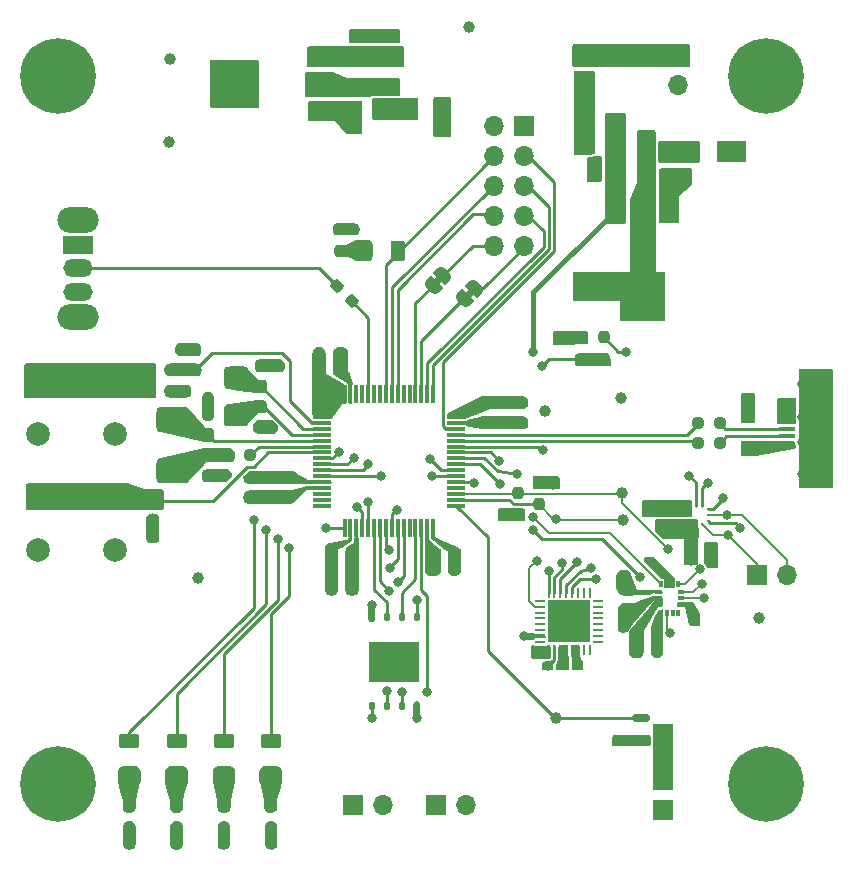
<source format=gbr>
%TF.GenerationSoftware,KiCad,Pcbnew,8.0.3-8.0.3-0~ubuntu22.04.1*%
%TF.CreationDate,2024-06-17T20:55:48-07:00*%
%TF.ProjectId,A1-FlightComputer,41312d46-6c69-4676-9874-436f6d707574,rev?*%
%TF.SameCoordinates,Original*%
%TF.FileFunction,Copper,L1,Top*%
%TF.FilePolarity,Positive*%
%FSLAX46Y46*%
G04 Gerber Fmt 4.6, Leading zero omitted, Abs format (unit mm)*
G04 Created by KiCad (PCBNEW 8.0.3-8.0.3-0~ubuntu22.04.1) date 2024-06-17 20:55:48*
%MOMM*%
%LPD*%
G01*
G04 APERTURE LIST*
G04 Aperture macros list*
%AMRoundRect*
0 Rectangle with rounded corners*
0 $1 Rounding radius*
0 $2 $3 $4 $5 $6 $7 $8 $9 X,Y pos of 4 corners*
0 Add a 4 corners polygon primitive as box body*
4,1,4,$2,$3,$4,$5,$6,$7,$8,$9,$2,$3,0*
0 Add four circle primitives for the rounded corners*
1,1,$1+$1,$2,$3*
1,1,$1+$1,$4,$5*
1,1,$1+$1,$6,$7*
1,1,$1+$1,$8,$9*
0 Add four rect primitives between the rounded corners*
20,1,$1+$1,$2,$3,$4,$5,0*
20,1,$1+$1,$4,$5,$6,$7,0*
20,1,$1+$1,$6,$7,$8,$9,0*
20,1,$1+$1,$8,$9,$2,$3,0*%
%AMFreePoly0*
4,1,19,0.499999,-0.750000,0.000000,-0.750000,0.000000,-0.744912,-0.071157,-0.744911,-0.207708,-0.704816,-0.327430,-0.627875,-0.420627,-0.520320,-0.479746,-0.390866,-0.500000,-0.250000,-0.500000,0.250000,-0.479746,0.390866,-0.420627,0.520320,-0.327430,0.627875,-0.207708,0.704816,-0.071157,0.744911,0.000000,0.744912,0.000000,0.750000,0.499999,0.750000,0.499999,-0.750000,0.499999,-0.750000,
$1*%
%AMFreePoly1*
4,1,19,0.000000,0.744912,0.071157,0.744911,0.207708,0.704816,0.327430,0.627875,0.420627,0.520320,0.479746,0.390866,0.500000,0.250000,0.500000,-0.250000,0.479746,-0.390866,0.420627,-0.520320,0.327430,-0.627875,0.207708,-0.704816,0.071157,-0.744911,0.000000,-0.744912,0.000000,-0.750000,-0.499999,-0.750000,-0.499999,0.750000,0.000000,0.750000,0.000000,0.744912,0.000000,0.744912,
$1*%
G04 Aperture macros list end*
%TA.AperFunction,EtchedComponent*%
%ADD10C,0.000000*%
%TD*%
%TA.AperFunction,SMDPad,CuDef*%
%ADD11RoundRect,0.237500X0.300000X0.237500X-0.300000X0.237500X-0.300000X-0.237500X0.300000X-0.237500X0*%
%TD*%
%TA.AperFunction,SMDPad,CuDef*%
%ADD12RoundRect,0.237500X-0.237500X0.300000X-0.237500X-0.300000X0.237500X-0.300000X0.237500X0.300000X0*%
%TD*%
%TA.AperFunction,SMDPad,CuDef*%
%ADD13RoundRect,0.250000X-0.625000X0.375000X-0.625000X-0.375000X0.625000X-0.375000X0.625000X0.375000X0*%
%TD*%
%TA.AperFunction,SMDPad,CuDef*%
%ADD14RoundRect,0.237500X0.237500X-0.300000X0.237500X0.300000X-0.237500X0.300000X-0.237500X-0.300000X0*%
%TD*%
%TA.AperFunction,SMDPad,CuDef*%
%ADD15FreePoly0,225.000000*%
%TD*%
%TA.AperFunction,SMDPad,CuDef*%
%ADD16FreePoly1,225.000000*%
%TD*%
%TA.AperFunction,SMDPad,CuDef*%
%ADD17RoundRect,0.237500X-0.250000X-0.237500X0.250000X-0.237500X0.250000X0.237500X-0.250000X0.237500X0*%
%TD*%
%TA.AperFunction,SMDPad,CuDef*%
%ADD18RoundRect,0.237500X-0.344715X0.008839X0.008839X-0.344715X0.344715X-0.008839X-0.008839X0.344715X0*%
%TD*%
%TA.AperFunction,SMDPad,CuDef*%
%ADD19RoundRect,0.250000X0.375000X0.625000X-0.375000X0.625000X-0.375000X-0.625000X0.375000X-0.625000X0*%
%TD*%
%TA.AperFunction,SMDPad,CuDef*%
%ADD20RoundRect,0.237500X-0.237500X0.250000X-0.237500X-0.250000X0.237500X-0.250000X0.237500X0.250000X0*%
%TD*%
%TA.AperFunction,ComponentPad*%
%ADD21C,1.000000*%
%TD*%
%TA.AperFunction,SMDPad,CuDef*%
%ADD22RoundRect,0.125000X0.125000X-0.200000X0.125000X0.200000X-0.125000X0.200000X-0.125000X-0.200000X0*%
%TD*%
%TA.AperFunction,SMDPad,CuDef*%
%ADD23R,4.300000X3.400000*%
%TD*%
%TA.AperFunction,SMDPad,CuDef*%
%ADD24R,1.800000X1.750000*%
%TD*%
%TA.AperFunction,SMDPad,CuDef*%
%ADD25RoundRect,0.150000X-0.587500X-0.150000X0.587500X-0.150000X0.587500X0.150000X-0.587500X0.150000X0*%
%TD*%
%TA.AperFunction,SMDPad,CuDef*%
%ADD26RoundRect,0.237500X0.237500X-0.250000X0.237500X0.250000X-0.237500X0.250000X-0.237500X-0.250000X0*%
%TD*%
%TA.AperFunction,ComponentPad*%
%ADD27C,6.400000*%
%TD*%
%TA.AperFunction,SMDPad,CuDef*%
%ADD28RoundRect,0.075000X-0.700000X-0.075000X0.700000X-0.075000X0.700000X0.075000X-0.700000X0.075000X0*%
%TD*%
%TA.AperFunction,SMDPad,CuDef*%
%ADD29RoundRect,0.075000X-0.075000X-0.700000X0.075000X-0.700000X0.075000X0.700000X-0.075000X0.700000X0*%
%TD*%
%TA.AperFunction,ComponentPad*%
%ADD30R,1.700000X1.700000*%
%TD*%
%TA.AperFunction,ComponentPad*%
%ADD31O,1.700000X1.700000*%
%TD*%
%TA.AperFunction,SMDPad,CuDef*%
%ADD32RoundRect,0.250000X-0.300000X0.300000X-0.300000X-0.300000X0.300000X-0.300000X0.300000X0.300000X0*%
%TD*%
%TA.AperFunction,SMDPad,CuDef*%
%ADD33R,2.500000X1.900000*%
%TD*%
%TA.AperFunction,SMDPad,CuDef*%
%ADD34R,1.400000X0.400000*%
%TD*%
%TA.AperFunction,SMDPad,CuDef*%
%ADD35R,1.900000X2.300000*%
%TD*%
%TA.AperFunction,SMDPad,CuDef*%
%ADD36R,1.900000X1.800000*%
%TD*%
%TA.AperFunction,ComponentPad*%
%ADD37C,2.000000*%
%TD*%
%TA.AperFunction,SMDPad,CuDef*%
%ADD38R,1.500000X2.000000*%
%TD*%
%TA.AperFunction,SMDPad,CuDef*%
%ADD39R,3.800000X2.000000*%
%TD*%
%TA.AperFunction,SMDPad,CuDef*%
%ADD40RoundRect,0.237500X-0.300000X-0.237500X0.300000X-0.237500X0.300000X0.237500X-0.300000X0.237500X0*%
%TD*%
%TA.AperFunction,ComponentPad*%
%ADD41O,3.500000X2.200000*%
%TD*%
%TA.AperFunction,ComponentPad*%
%ADD42R,2.500000X1.500000*%
%TD*%
%TA.AperFunction,ComponentPad*%
%ADD43O,2.500000X1.500000*%
%TD*%
%TA.AperFunction,SMDPad,CuDef*%
%ADD44R,0.351536X0.576580*%
%TD*%
%TA.AperFunction,SMDPad,CuDef*%
%ADD45R,0.576580X0.351536*%
%TD*%
%TA.AperFunction,SMDPad,CuDef*%
%ADD46RoundRect,0.062500X0.062500X-0.375000X0.062500X0.375000X-0.062500X0.375000X-0.062500X-0.375000X0*%
%TD*%
%TA.AperFunction,SMDPad,CuDef*%
%ADD47RoundRect,0.062500X0.375000X-0.062500X0.375000X0.062500X-0.375000X0.062500X-0.375000X-0.062500X0*%
%TD*%
%TA.AperFunction,SMDPad,CuDef*%
%ADD48R,3.600000X3.600000*%
%TD*%
%TA.AperFunction,SMDPad,CuDef*%
%ADD49R,0.254000X0.279400*%
%TD*%
%TA.AperFunction,SMDPad,CuDef*%
%ADD50R,0.279400X0.254000*%
%TD*%
%TA.AperFunction,SMDPad,CuDef*%
%ADD51R,2.000000X1.500000*%
%TD*%
%TA.AperFunction,SMDPad,CuDef*%
%ADD52R,2.000000X3.800000*%
%TD*%
%TA.AperFunction,SMDPad,CuDef*%
%ADD53RoundRect,0.250000X0.300000X0.300000X-0.300000X0.300000X-0.300000X-0.300000X0.300000X-0.300000X0*%
%TD*%
%TA.AperFunction,ViaPad*%
%ADD54C,0.800000*%
%TD*%
%TA.AperFunction,Conductor*%
%ADD55C,0.250000*%
%TD*%
%TA.AperFunction,Conductor*%
%ADD56C,0.200000*%
%TD*%
%TA.AperFunction,Conductor*%
%ADD57C,0.400000*%
%TD*%
G04 APERTURE END LIST*
D10*
%TA.AperFunction,EtchedComponent*%
%TO.C,JP201*%
G36*
X160229290Y-66644974D02*
G01*
X159875736Y-66998528D01*
X159451472Y-66574264D01*
X159805026Y-66220710D01*
X160229290Y-66644974D01*
G37*
%TD.AperFunction*%
%TA.AperFunction,EtchedComponent*%
%TO.C,JP202*%
G36*
X162879290Y-67694974D02*
G01*
X162525736Y-68048528D01*
X162101472Y-67624264D01*
X162455026Y-67270710D01*
X162879290Y-67694974D01*
G37*
%TD.AperFunction*%
%TD*%
D11*
%TO.P,C207,1*%
%TO.N,+3V3*%
X152551300Y-89692000D03*
%TO.P,C207,2*%
%TO.N,GND*%
X150826300Y-89692000D03*
%TD*%
D12*
%TO.P,C304,1*%
%TO.N,+3V3*%
X175950000Y-92787500D03*
%TO.P,C304,2*%
%TO.N,GND*%
X175950000Y-94512500D03*
%TD*%
D13*
%TO.P,D303,1,K*%
%TO.N,/Peripherals/LED1*%
X137700000Y-105600000D03*
%TO.P,D303,2,A*%
%TO.N,Net-(D303-A)*%
X137700000Y-108400000D03*
%TD*%
D14*
%TO.P,C401,1*%
%TO.N,+BATT*%
X154850000Y-47633100D03*
%TO.P,C401,2*%
%TO.N,GND*%
X154850000Y-45908100D03*
%TD*%
D15*
%TO.P,JP201,1,A*%
%TO.N,Net-(J203-Pin_10)*%
X160300000Y-66150000D03*
D16*
%TO.P,JP201,2,B*%
%TO.N,/STM32/DEBUG_RX*%
X159380762Y-67069238D03*
%TD*%
D17*
%TO.P,R201,1*%
%TO.N,Net-(R201-Pad1)*%
X135402700Y-75960800D03*
%TO.P,R201,2*%
%TO.N,GND*%
X137227700Y-75960800D03*
%TD*%
D13*
%TO.P,D304,1,K*%
%TO.N,/Peripherals/LED0*%
X133700000Y-105600000D03*
%TO.P,D304,2,A*%
%TO.N,Net-(D304-A)*%
X133700000Y-108400000D03*
%TD*%
%TO.P,D301,1,K*%
%TO.N,/Peripherals/LED3*%
X145700000Y-105600000D03*
%TO.P,D301,2,A*%
%TO.N,Net-(D301-A)*%
X145700000Y-108400000D03*
%TD*%
D18*
%TO.P,R203,1*%
%TO.N,Net-(SW203-B)*%
X151254765Y-67059530D03*
%TO.P,R203,2*%
%TO.N,/STM32/BOOT0*%
X152545235Y-68350000D03*
%TD*%
D19*
%TO.P,D201,1,K*%
%TO.N,/STM32/JTAG_CON*%
X156450000Y-64050000D03*
%TO.P,D201,2,A*%
%TO.N,Net-(D201-A)*%
X153650000Y-64050000D03*
%TD*%
D20*
%TO.P,R305,1*%
%TO.N,Net-(D303-A)*%
X137700000Y-111087500D03*
%TO.P,R305,2*%
%TO.N,+3V3*%
X137700000Y-112912500D03*
%TD*%
D14*
%TO.P,C302,1*%
%TO.N,+3V3*%
X178917600Y-87579200D03*
%TO.P,C302,2*%
%TO.N,GND*%
X178917600Y-85854200D03*
%TD*%
D17*
%TO.P,R204,1*%
%TO.N,Net-(C204-Pad2)*%
X142089500Y-81381600D03*
%TO.P,R204,2*%
%TO.N,/STM32/HSE_OSC_OUT*%
X143914500Y-81381600D03*
%TD*%
D12*
%TO.P,C214,1*%
%TO.N,+3V3*%
X163982400Y-76912300D03*
%TO.P,C214,2*%
%TO.N,GND*%
X163982400Y-78637300D03*
%TD*%
D21*
%TO.P,TP204,1,1*%
%TO.N,GND*%
X137150000Y-47800000D03*
%TD*%
%TO.P,TP401,1,1*%
%TO.N,+BATT*%
X162486800Y-45106000D03*
%TD*%
%TO.P,TP206,1,1*%
%TO.N,GND*%
X187000000Y-95200000D03*
%TD*%
D20*
%TO.P,R402,1*%
%TO.N,+3V3*%
X154850000Y-50225000D03*
%TO.P,R402,2*%
%TO.N,Net-(D404-A)*%
X154850000Y-52050000D03*
%TD*%
D22*
%TO.P,U202,1,nCS*%
%TO.N,/STM32/QuadSPI_NCS*%
X154228800Y-102597600D03*
%TO.P,U202,2,IO1/DO*%
%TO.N,/STM32/QuadSPI_IO1*%
X155498800Y-102597600D03*
%TO.P,U202,3,IO2/nWP*%
%TO.N,/STM32/QuadSPI_IO2*%
X156768800Y-102597600D03*
%TO.P,U202,4,GND*%
%TO.N,GND*%
X158038800Y-102597600D03*
%TO.P,U202,5,IO0/DI*%
%TO.N,/STM32/QuadSPI_IO0*%
X158038800Y-95097600D03*
%TO.P,U202,6,CLK*%
%TO.N,/STM32/QuadSPI_CLK*%
X156768800Y-95097600D03*
%TO.P,U202,7,IO3/nHOLD*%
%TO.N,/STM32/QuadSPI_IO3*%
X155498800Y-95097600D03*
%TO.P,U202,8,VCC*%
%TO.N,+3V3*%
X154228800Y-95097600D03*
D23*
%TO.P,U202,9*%
%TO.N,N/C*%
X156133800Y-98847600D03*
%TD*%
D12*
%TO.P,C201,1*%
%TO.N,GND*%
X144840000Y-73813500D03*
%TO.P,C201,2*%
%TO.N,/STM32/LSE_OSC_IN*%
X144840000Y-75538500D03*
%TD*%
D24*
%TO.P,Y201,1,1*%
%TO.N,/STM32/LSE_OSC_OUT*%
X142655600Y-78028200D03*
%TO.P,Y201,2,2*%
%TO.N,/STM32/LSE_OSC_IN*%
X142655600Y-74778200D03*
%TD*%
D15*
%TO.P,JP202,1,A*%
%TO.N,Net-(J203-Pin_9)*%
X162950000Y-67200000D03*
D16*
%TO.P,JP202,2,B*%
%TO.N,/STM32/DEBUG_TX*%
X162030762Y-68119238D03*
%TD*%
D21*
%TO.P,TP402,1,1*%
%TO.N,+5V*%
X172310000Y-67005600D03*
%TD*%
%TO.P,TP201,1,1*%
%TO.N,/Peripherals/I2C_SDA*%
X175449200Y-84614000D03*
%TD*%
D25*
%TO.P,Q301,1,G*%
%TO.N,/Peripherals/Buzzer_ON*%
X177007200Y-103650000D03*
%TO.P,Q301,2,S*%
%TO.N,GND*%
X177007200Y-105550000D03*
%TO.P,Q301,3,D*%
%TO.N,Net-(J301-Pin_2)*%
X178882200Y-104600000D03*
%TD*%
D11*
%TO.P,C402,1*%
%TO.N,+BATT*%
X174824000Y-57658800D03*
%TO.P,C402,2*%
%TO.N,GND*%
X173099000Y-57658800D03*
%TD*%
D26*
%TO.P,R206,1*%
%TO.N,Net-(U201-PA3)*%
X172000000Y-73225000D03*
%TO.P,R206,2*%
%TO.N,GND*%
X172000000Y-71400000D03*
%TD*%
D27*
%TO.P,H104,1,1*%
%TO.N,unconnected-(H104-Pad1)*%
X127678000Y-109200000D03*
%TD*%
D28*
%TO.P,U201,1,VBAT*%
%TO.N,+3V3*%
X150003000Y-78139400D03*
%TO.P,U201,2,PC13*%
%TO.N,/STM32/WAKEUP*%
X150003000Y-78639400D03*
%TO.P,U201,3,PC14*%
%TO.N,/STM32/LSE_OSC_IN*%
X150003000Y-79139400D03*
%TO.P,U201,4,PC15*%
%TO.N,/STM32/LSE_OSC_OUT*%
X150003000Y-79639400D03*
%TO.P,U201,5,PH0*%
%TO.N,/STM32/HSE_OSC_IN*%
X150003000Y-80139400D03*
%TO.P,U201,6,PH1*%
%TO.N,/STM32/HSE_OSC_OUT*%
X150003000Y-80639400D03*
%TO.P,U201,7,NRST*%
%TO.N,/STM32/NRST*%
X150003000Y-81139400D03*
%TO.P,U201,8,PC0*%
%TO.N,/Peripherals/LED0*%
X150003000Y-81639400D03*
%TO.P,U201,9,PC1*%
%TO.N,/Peripherals/LED1*%
X150003000Y-82139400D03*
%TO.P,U201,10,PC2*%
%TO.N,/Peripherals/LED2*%
X150003000Y-82639400D03*
%TO.P,U201,11,PC3*%
%TO.N,/Peripherals/LED3*%
X150003000Y-83139400D03*
%TO.P,U201,12,VSSA*%
%TO.N,GND*%
X150003000Y-83639400D03*
%TO.P,U201,13,VDDA*%
%TO.N,+3V3*%
X150003000Y-84139400D03*
%TO.P,U201,14,PA0*%
%TO.N,unconnected-(U201-PA0-Pad14)*%
X150003000Y-84639400D03*
%TO.P,U201,15,PA1*%
%TO.N,unconnected-(U201-PA1-Pad15)*%
X150003000Y-85139400D03*
%TO.P,U201,16,PA2*%
%TO.N,unconnected-(U201-PA2-Pad16)*%
X150003000Y-85639400D03*
D29*
%TO.P,U201,17,PA3*%
%TO.N,Net-(U201-PA3)*%
X151928000Y-87564400D03*
%TO.P,U201,18,VSS*%
%TO.N,GND*%
X152428000Y-87564400D03*
%TO.P,U201,19,VDD*%
%TO.N,+3V3*%
X152928000Y-87564400D03*
%TO.P,U201,20,PA4*%
%TO.N,/STM32/PB8*%
X153428000Y-87564400D03*
%TO.P,U201,21,PA5*%
%TO.N,/STM32/PB9*%
X153928000Y-87564400D03*
%TO.P,U201,22,PA6*%
%TO.N,/STM32/QuadSPI_IO3*%
X154428000Y-87564400D03*
%TO.P,U201,23,PA7*%
%TO.N,/STM32/QuadSPI_IO2*%
X154928000Y-87564400D03*
%TO.P,U201,24,PC4*%
%TO.N,/STM32/PC4*%
X155428000Y-87564400D03*
%TO.P,U201,25,PC5*%
%TO.N,/STM32/PC5*%
X155928000Y-87564400D03*
%TO.P,U201,26,PB0*%
%TO.N,/STM32/QuadSPI_IO1*%
X156428000Y-87564400D03*
%TO.P,U201,27,PB1*%
%TO.N,/STM32/QuadSPI_IO0*%
X156928000Y-87564400D03*
%TO.P,U201,28,PB2*%
%TO.N,unconnected-(U201-PB2-Pad28)*%
X157428000Y-87564400D03*
%TO.P,U201,29,PB10*%
%TO.N,/STM32/QuadSPI_CLK*%
X157928000Y-87564400D03*
%TO.P,U201,30,PB11*%
%TO.N,/STM32/QuadSPI_NCS*%
X158428000Y-87564400D03*
%TO.P,U201,31,VSS*%
%TO.N,GND*%
X158928000Y-87564400D03*
%TO.P,U201,32,VDD*%
%TO.N,+3V3*%
X159428000Y-87564400D03*
D28*
%TO.P,U201,33,PB12*%
%TO.N,/Peripherals/Buzzer_ON*%
X161353000Y-85639400D03*
%TO.P,U201,34,PB13*%
%TO.N,/Peripherals/I2C_SCL*%
X161353000Y-85139400D03*
%TO.P,U201,35,PB14*%
%TO.N,/Peripherals/I2C_SDA*%
X161353000Y-84639400D03*
%TO.P,U201,36,PB15*%
%TO.N,unconnected-(U201-PB15-Pad36)*%
X161353000Y-84139400D03*
%TO.P,U201,37,PC6*%
%TO.N,/Peripherals/ADX_INT2*%
X161353000Y-83639400D03*
%TO.P,U201,38,PC7*%
%TO.N,/Peripherals/ADX_INT1*%
X161353000Y-83139400D03*
%TO.P,U201,39,PC8*%
%TO.N,/Peripherals/LSM_INT2*%
X161353000Y-82639400D03*
%TO.P,U201,40,PC9*%
%TO.N,/Peripherals/LSM_INT1*%
X161353000Y-82139400D03*
%TO.P,U201,41,PA8*%
%TO.N,/Peripherals/BME_CS*%
X161353000Y-81639400D03*
%TO.P,U201,42,PA9*%
%TO.N,/Peripherals/BME_INT*%
X161353000Y-81139400D03*
%TO.P,U201,43,PA10*%
%TO.N,/STM32/USB_OTG_ID*%
X161353000Y-80639400D03*
%TO.P,U201,44,PA11*%
%TO.N,Net-(U201-PA11)*%
X161353000Y-80139400D03*
%TO.P,U201,45,PA12*%
%TO.N,Net-(U201-PA12)*%
X161353000Y-79639400D03*
%TO.P,U201,46,PA13*%
%TO.N,/STM32/JTMS{slash}SWDIO*%
X161353000Y-79139400D03*
%TO.P,U201,47,VSS*%
%TO.N,GND*%
X161353000Y-78639400D03*
%TO.P,U201,48,VDDUSB*%
%TO.N,+3V3*%
X161353000Y-78139400D03*
D29*
%TO.P,U201,49,PA14*%
%TO.N,/STM32/JTCK{slash}SWCLK*%
X159428000Y-76214400D03*
%TO.P,U201,50,PA15*%
%TO.N,/STM32/JTDI*%
X158928000Y-76214400D03*
%TO.P,U201,51,PC10*%
%TO.N,/STM32/DEBUG_TX*%
X158428000Y-76214400D03*
%TO.P,U201,52,PC11*%
%TO.N,/STM32/DEBUG_RX*%
X157928000Y-76214400D03*
%TO.P,U201,53,PC12*%
%TO.N,unconnected-(U201-PC12-Pad53)*%
X157428000Y-76214400D03*
%TO.P,U201,54,PD2*%
%TO.N,unconnected-(U201-PD2-Pad54)*%
X156928000Y-76214400D03*
%TO.P,U201,55,PB3*%
%TO.N,/STM32/JTDO{slash}TRACESWO*%
X156428000Y-76214400D03*
%TO.P,U201,56,PB4*%
%TO.N,/STM32/NJTRST*%
X155928000Y-76214400D03*
%TO.P,U201,57,PB5*%
%TO.N,/STM32/JTAG_CON*%
X155428000Y-76214400D03*
%TO.P,U201,58,PB6*%
%TO.N,unconnected-(U201-PB6-Pad58)*%
X154928000Y-76214400D03*
%TO.P,U201,59,PB7*%
%TO.N,unconnected-(U201-PB7-Pad59)*%
X154428000Y-76214400D03*
%TO.P,U201,60,BOOT0*%
%TO.N,/STM32/BOOT0*%
X153928000Y-76214400D03*
%TO.P,U201,61,PB8*%
%TO.N,unconnected-(U201-PB8-Pad61)*%
X153428000Y-76214400D03*
%TO.P,U201,62,PB9*%
%TO.N,unconnected-(U201-PB9-Pad62)*%
X152928000Y-76214400D03*
%TO.P,U201,63,VSS*%
%TO.N,GND*%
X152428000Y-76214400D03*
%TO.P,U201,64,VDD*%
%TO.N,+3V3*%
X151928000Y-76214400D03*
%TD*%
D21*
%TO.P,TP207,1,1*%
%TO.N,GND*%
X139550000Y-91775000D03*
%TD*%
D20*
%TO.P,R205,1*%
%TO.N,+BATT*%
X173900000Y-71400000D03*
%TO.P,R205,2*%
%TO.N,Net-(U201-PA3)*%
X173900000Y-73225000D03*
%TD*%
D30*
%TO.P,J301,1,Pin_1*%
%TO.N,+5V*%
X178875000Y-111450000D03*
D31*
%TO.P,J301,2,Pin_2*%
%TO.N,Net-(J301-Pin_2)*%
X178875000Y-108910000D03*
%TD*%
D21*
%TO.P,TP205,1,1*%
%TO.N,GND*%
X175300000Y-76500000D03*
%TD*%
D12*
%TO.P,C405,1*%
%TO.N,+3V3*%
X152868800Y-50276900D03*
%TO.P,C405,2*%
%TO.N,GND*%
X152868800Y-52001900D03*
%TD*%
D32*
%TO.P,D402,1,K*%
%TO.N,+BATT*%
X186073100Y-78033100D03*
%TO.P,D402,2,A*%
%TO.N,Net-(D402-A)*%
X186073100Y-80833100D03*
%TD*%
D33*
%TO.P,Y202,1,1*%
%TO.N,Net-(C204-Pad2)*%
X137312400Y-82702400D03*
%TO.P,Y202,2,2*%
%TO.N,/STM32/HSE_OSC_IN*%
X137312400Y-78302400D03*
%TD*%
D34*
%TO.P,J402,1,VBUS*%
%TO.N,Net-(D402-A)*%
X189350000Y-80432600D03*
%TO.P,J402,2,D-*%
%TO.N,/Power/USB_D-*%
X189350000Y-79782600D03*
%TO.P,J402,3,D+*%
%TO.N,/Power/USB_D+*%
X189350000Y-79132600D03*
%TO.P,J402,4,ID*%
%TO.N,GND*%
X189350000Y-78482600D03*
%TO.P,J402,5,GND*%
X189350000Y-77832600D03*
D35*
%TO.P,J402,6,Shield*%
X192200000Y-82882600D03*
D36*
X192200000Y-80282600D03*
X192200000Y-77982600D03*
D35*
X192200000Y-75382600D03*
%TD*%
D37*
%TO.P,SW202,1,1*%
%TO.N,/STM32/NRST*%
X125950000Y-84937600D03*
X132450000Y-84937600D03*
%TO.P,SW202,2,2*%
%TO.N,GND*%
X125950000Y-89437600D03*
X132450000Y-89437600D03*
%TD*%
D30*
%TO.P,J302,1,Pin_1*%
%TO.N,/Peripherals/I2C_SCL*%
X186875000Y-91485000D03*
D31*
%TO.P,J302,2,Pin_2*%
%TO.N,/Peripherals/I2C_SDA*%
X189415000Y-91485000D03*
%TD*%
D14*
%TO.P,C212,1*%
%TO.N,+3V3*%
X145293600Y-84958500D03*
%TO.P,C212,2*%
%TO.N,GND*%
X145293600Y-83233500D03*
%TD*%
D19*
%TO.P,D403,1,K*%
%TO.N,GND*%
X184100000Y-55650000D03*
%TO.P,D403,2,A*%
%TO.N,Net-(D403-A)*%
X181300000Y-55650000D03*
%TD*%
D21*
%TO.P,TP208,1,1*%
%TO.N,/STM32/USB_OTG_ID*%
X168859200Y-77673200D03*
%TD*%
D38*
%TO.P,U401,1,GND*%
%TO.N,GND*%
X179410000Y-60655600D03*
%TO.P,U401,2,VO*%
%TO.N,+5V*%
X177110000Y-60655600D03*
D39*
X177110000Y-66955600D03*
D38*
%TO.P,U401,3,VI*%
%TO.N,+BATT*%
X174810000Y-60655600D03*
%TD*%
D40*
%TO.P,C210,1*%
%TO.N,+3V3*%
X149749700Y-74121400D03*
%TO.P,C210,2*%
%TO.N,GND*%
X151474700Y-74121400D03*
%TD*%
D41*
%TO.P,SW203,*%
%TO.N,*%
X129350000Y-61450000D03*
X129350000Y-69650000D03*
D42*
%TO.P,SW203,1,A*%
%TO.N,+3V3*%
X129350000Y-63550000D03*
D43*
%TO.P,SW203,2,B*%
%TO.N,Net-(SW203-B)*%
X129350000Y-65550000D03*
%TO.P,SW203,3,C*%
%TO.N,GND*%
X129350000Y-67550000D03*
%TD*%
D17*
%TO.P,R401,1*%
%TO.N,+5V*%
X177414800Y-55677600D03*
%TO.P,R401,2*%
%TO.N,Net-(D403-A)*%
X179239800Y-55677600D03*
%TD*%
D20*
%TO.P,R304,1*%
%TO.N,Net-(D302-A)*%
X141700000Y-111087500D03*
%TO.P,R304,2*%
%TO.N,+3V3*%
X141700000Y-112912500D03*
%TD*%
D19*
%TO.P,D404,1,K*%
%TO.N,GND*%
X160214400Y-52053600D03*
%TO.P,D404,2,A*%
%TO.N,Net-(D404-A)*%
X157414400Y-52053600D03*
%TD*%
D17*
%TO.P,R208,1*%
%TO.N,Net-(U201-PA12)*%
X181857600Y-78675400D03*
%TO.P,R208,2*%
%TO.N,/Power/USB_D+*%
X183682600Y-78675400D03*
%TD*%
D40*
%TO.P,C404,1*%
%TO.N,+5V*%
X177466700Y-57658800D03*
%TO.P,C404,2*%
%TO.N,GND*%
X179191700Y-57658800D03*
%TD*%
D44*
%TO.P,U302,1,SDO/SA0*%
%TO.N,+3V3*%
X180200000Y-92279400D03*
%TO.P,U302,2,SDx*%
%TO.N,GND*%
X179699999Y-92279400D03*
%TO.P,U302,3,SCx*%
X179199999Y-92279400D03*
%TO.P,U302,4,INT1*%
%TO.N,/Peripherals/LSM_INT1*%
X178699998Y-92279400D03*
D45*
%TO.P,U302,5,VDDIO*%
%TO.N,+3V3*%
X178493699Y-92989701D03*
%TO.P,U302,6,GND*%
%TO.N,GND*%
X178493699Y-93489700D03*
%TO.P,U302,7,GND*%
X178493699Y-93989699D03*
D44*
%TO.P,U302,8,VDD*%
%TO.N,+3V3*%
X178699998Y-94700000D03*
%TO.P,U302,9,INT2*%
%TO.N,/Peripherals/LSM_INT2*%
X179199999Y-94700000D03*
%TO.P,U302,10,OCS_Aux*%
%TO.N,unconnected-(U302-OCS_Aux-Pad10)*%
X179699999Y-94700000D03*
%TO.P,U302,11,SDO_Aux*%
%TO.N,unconnected-(U302-SDO_Aux-Pad11)*%
X180200000Y-94700000D03*
D45*
%TO.P,U302,12,CS*%
%TO.N,+3V3*%
X180406299Y-93989699D03*
%TO.P,U302,13,SCL*%
%TO.N,/Peripherals/I2C_SCL*%
X180406299Y-93489700D03*
%TO.P,U302,14,SDA*%
%TO.N,/Peripherals/I2C_SDA*%
X180406299Y-92989701D03*
%TD*%
D11*
%TO.P,C209,1*%
%TO.N,+3V3*%
X161238100Y-89712800D03*
%TO.P,C209,2*%
%TO.N,GND*%
X159513100Y-89712800D03*
%TD*%
D21*
%TO.P,TP203,1,1*%
%TO.N,/Peripherals/Buzzer_ON*%
X169800000Y-103650000D03*
%TD*%
D30*
%TO.P,J202,1,Pin_1*%
%TO.N,/STM32/PB8*%
X152660000Y-111000000D03*
D31*
%TO.P,J202,2,Pin_2*%
%TO.N,/STM32/PB9*%
X155200000Y-111000000D03*
%TD*%
D17*
%TO.P,R207,1*%
%TO.N,Net-(U201-PA11)*%
X181859500Y-80301000D03*
%TO.P,R207,2*%
%TO.N,/Power/USB_D-*%
X183684500Y-80301000D03*
%TD*%
D40*
%TO.P,C301,1*%
%TO.N,+3V3*%
X181255500Y-89255600D03*
%TO.P,C301,2*%
%TO.N,GND*%
X182980500Y-89255600D03*
%TD*%
D27*
%TO.P,H103,1,1*%
%TO.N,unconnected-(H103-Pad1)*%
X187622000Y-109200000D03*
%TD*%
D30*
%TO.P,J201,1,Pin_1*%
%TO.N,/STM32/PC4*%
X159660000Y-111000000D03*
D31*
%TO.P,J201,2,Pin_2*%
%TO.N,/STM32/PC5*%
X162200000Y-111000000D03*
%TD*%
D20*
%TO.P,R303,1*%
%TO.N,Net-(D301-A)*%
X145700000Y-111087500D03*
%TO.P,R303,2*%
%TO.N,+3V3*%
X145700000Y-112912500D03*
%TD*%
D17*
%TO.P,R202,1*%
%TO.N,Net-(R201-Pad1)*%
X135402700Y-74160800D03*
%TO.P,R202,2*%
%TO.N,/STM32/WAKEUP*%
X137227700Y-74160800D03*
%TD*%
D46*
%TO.P,U303,1,GND*%
%TO.N,GND*%
X169200000Y-97887500D03*
%TO.P,U303,2,RESERVED*%
%TO.N,+3V3*%
X169700000Y-97887500D03*
%TO.P,U303,3,GND*%
%TO.N,GND*%
X170200000Y-97887500D03*
%TO.P,U303,4,GND*%
X170700000Y-97887500D03*
%TO.P,U303,5,VS*%
%TO.N,+3V3*%
X171200000Y-97887500D03*
%TO.P,U303,6,nCS*%
X171700000Y-97887500D03*
%TO.P,U303,7,RESERVED*%
%TO.N,unconnected-(U303-RESERVED-Pad7)*%
X172200000Y-97887500D03*
%TO.P,U303,8,NC*%
%TO.N,unconnected-(U303-NC-Pad8)*%
X172700000Y-97887500D03*
D47*
%TO.P,U303,9,NC*%
%TO.N,unconnected-(U303-NC-Pad9)*%
X173387500Y-97200000D03*
%TO.P,U303,10,NC*%
%TO.N,unconnected-(U303-NC-Pad10)*%
X173387500Y-96700000D03*
%TO.P,U303,11,NC*%
%TO.N,unconnected-(U303-NC-Pad11)*%
X173387500Y-96200000D03*
%TO.P,U303,12,NC*%
%TO.N,unconnected-(U303-NC-Pad12)*%
X173387500Y-95700000D03*
%TO.P,U303,13,NC*%
%TO.N,unconnected-(U303-NC-Pad13)*%
X173387500Y-95200000D03*
%TO.P,U303,14,NC*%
%TO.N,unconnected-(U303-NC-Pad14)*%
X173387500Y-94700000D03*
%TO.P,U303,15,NC*%
%TO.N,unconnected-(U303-NC-Pad15)*%
X173387500Y-94200000D03*
%TO.P,U303,16,NC*%
%TO.N,unconnected-(U303-NC-Pad16)*%
X173387500Y-93700000D03*
D46*
%TO.P,U303,17,NC*%
%TO.N,unconnected-(U303-NC-Pad17)*%
X172700000Y-93012500D03*
%TO.P,U303,18,NC*%
%TO.N,unconnected-(U303-NC-Pad18)*%
X172200000Y-93012500D03*
%TO.P,U303,19,NC*%
%TO.N,unconnected-(U303-NC-Pad19)*%
X171700000Y-93012500D03*
%TO.P,U303,20,INT1*%
%TO.N,/Peripherals/ADX_INT1*%
X171200000Y-93012500D03*
%TO.P,U303,21,INT2*%
%TO.N,/Peripherals/ADX_INT2*%
X170700000Y-93012500D03*
%TO.P,U303,22,RESERVED*%
%TO.N,GND*%
X170200000Y-93012500D03*
%TO.P,U303,23,SDO/ALT_ADDR*%
%TO.N,+3V3*%
X169700000Y-93012500D03*
%TO.P,U303,24,SDA/SDI/SDIO*%
%TO.N,/Peripherals/I2C_SDA*%
X169200000Y-93012500D03*
D47*
%TO.P,U303,25,NC*%
%TO.N,unconnected-(U303-NC-Pad25)*%
X168512500Y-93700000D03*
%TO.P,U303,26,SCL/SCLK*%
%TO.N,/Peripherals/I2C_SCL*%
X168512500Y-94200000D03*
%TO.P,U303,27,NC*%
%TO.N,unconnected-(U303-NC-Pad27)*%
X168512500Y-94700000D03*
%TO.P,U303,28,NC*%
%TO.N,unconnected-(U303-NC-Pad28)*%
X168512500Y-95200000D03*
%TO.P,U303,29,NC*%
%TO.N,unconnected-(U303-NC-Pad29)*%
X168512500Y-95700000D03*
%TO.P,U303,30,NC*%
%TO.N,unconnected-(U303-NC-Pad30)*%
X168512500Y-96200000D03*
%TO.P,U303,31,VDDIO*%
%TO.N,+3V3*%
X168512500Y-96700000D03*
%TO.P,U303,32,NC*%
%TO.N,unconnected-(U303-NC-Pad32)*%
X168512500Y-97200000D03*
D48*
%TO.P,U303,33*%
%TO.N,N/C*%
X170950000Y-95450000D03*
%TD*%
D14*
%TO.P,C204,1*%
%TO.N,GND*%
X140372200Y-83107700D03*
%TO.P,C204,2*%
%TO.N,Net-(C204-Pad2)*%
X140372200Y-81382700D03*
%TD*%
%TO.P,C211,1*%
%TO.N,+3V3*%
X146970000Y-84958500D03*
%TO.P,C211,2*%
%TO.N,GND*%
X146970000Y-83233500D03*
%TD*%
D37*
%TO.P,SW201,1,1*%
%TO.N,+3V3*%
X132450000Y-79552800D03*
X125950000Y-79552800D03*
%TO.P,SW201,2,2*%
%TO.N,Net-(R201-Pad1)*%
X132450000Y-75052800D03*
X125950000Y-75052800D03*
%TD*%
D20*
%TO.P,R306,1*%
%TO.N,Net-(D304-A)*%
X133700000Y-111087500D03*
%TO.P,R306,2*%
%TO.N,+3V3*%
X133700000Y-112912500D03*
%TD*%
D12*
%TO.P,C203,1*%
%TO.N,GND*%
X140372200Y-77928300D03*
%TO.P,C203,2*%
%TO.N,/STM32/HSE_OSC_IN*%
X140372200Y-79653300D03*
%TD*%
D21*
%TO.P,TP202,1,1*%
%TO.N,/Peripherals/I2C_SCL*%
X175500000Y-86900000D03*
%TD*%
D14*
%TO.P,C202,1*%
%TO.N,GND*%
X144840000Y-78992900D03*
%TO.P,C202,2*%
%TO.N,/STM32/LSE_OSC_OUT*%
X144840000Y-77267900D03*
%TD*%
D26*
%TO.P,R301,1*%
%TO.N,+3V3*%
X166624000Y-86408900D03*
%TO.P,R301,2*%
%TO.N,/Peripherals/I2C_SDA*%
X166624000Y-84583900D03*
%TD*%
D49*
%TO.P,U301,1,VDDIO*%
%TO.N,+3V3*%
X181668237Y-87178374D03*
%TO.P,U301,2,SCK*%
%TO.N,/Peripherals/I2C_SCL*%
X182168363Y-87178374D03*
D50*
%TO.P,U301,3,VSS*%
%TO.N,GND*%
X182667600Y-86929200D03*
%TO.P,U301,4,SDI*%
%TO.N,/Peripherals/I2C_SDA*%
X182667600Y-86429074D03*
%TO.P,U301,5,SDO*%
%TO.N,GND*%
X182667600Y-85928948D03*
D49*
%TO.P,U301,6,CSB*%
%TO.N,/Peripherals/BME_CS*%
X182168363Y-85679774D03*
%TO.P,U301,7,INT*%
%TO.N,/Peripherals/BME_INT*%
X181668237Y-85679774D03*
D50*
%TO.P,U301,8,VSS*%
%TO.N,GND*%
X181169000Y-85928948D03*
%TO.P,U301,9,VSS*%
X181169000Y-86429074D03*
%TO.P,U301,10,VDD*%
%TO.N,+3V3*%
X181169000Y-86929200D03*
%TD*%
D12*
%TO.P,C205,1*%
%TO.N,/STM32/NRST*%
X135686800Y-85294300D03*
%TO.P,C205,2*%
%TO.N,GND*%
X135686800Y-87019300D03*
%TD*%
D20*
%TO.P,R209,1*%
%TO.N,+3V3*%
X151544800Y-62242000D03*
%TO.P,R209,2*%
%TO.N,Net-(D201-A)*%
X151544800Y-64067000D03*
%TD*%
D12*
%TO.P,C213,1*%
%TO.N,+3V3*%
X165658800Y-76912300D03*
%TO.P,C213,2*%
%TO.N,GND*%
X165658800Y-78637300D03*
%TD*%
D27*
%TO.P,H102,1,1*%
%TO.N,unconnected-(H102-Pad1)*%
X187622000Y-49256000D03*
%TD*%
D30*
%TO.P,J203,1,Pin_1*%
%TO.N,GND*%
X167100000Y-53480000D03*
D31*
%TO.P,J203,2,Pin_2*%
%TO.N,+3V3*%
X164560000Y-53480000D03*
%TO.P,J203,3,Pin_3*%
%TO.N,/STM32/JTMS{slash}SWDIO*%
X167100000Y-56020000D03*
%TO.P,J203,4,Pin_4*%
%TO.N,/STM32/JTAG_CON*%
X164560000Y-56020000D03*
%TO.P,J203,5,Pin_5*%
%TO.N,/STM32/JTCK{slash}SWCLK*%
X167100000Y-58560000D03*
%TO.P,J203,6,Pin_6*%
%TO.N,/STM32/NJTRST*%
X164560000Y-58560000D03*
%TO.P,J203,7,Pin_7*%
%TO.N,/STM32/JTDI*%
X167100000Y-61100000D03*
%TO.P,J203,8,Pin_8*%
%TO.N,/STM32/JTDO{slash}TRACESWO*%
X164560000Y-61100000D03*
%TO.P,J203,9,Pin_9*%
%TO.N,Net-(J203-Pin_9)*%
X167100000Y-63640000D03*
%TO.P,J203,10,Pin_10*%
%TO.N,Net-(J203-Pin_10)*%
X164560000Y-63640000D03*
%TD*%
D12*
%TO.P,C206,1*%
%TO.N,+3V3*%
X139265200Y-72433100D03*
%TO.P,C206,2*%
%TO.N,/STM32/WAKEUP*%
X139265200Y-74158100D03*
%TD*%
D20*
%TO.P,R302,1*%
%TO.N,+3V3*%
X168402000Y-83720300D03*
%TO.P,R302,2*%
%TO.N,/Peripherals/I2C_SCL*%
X168402000Y-85545300D03*
%TD*%
D30*
%TO.P,J401,1,Pin_1*%
%TO.N,Net-(D401-A)*%
X172239400Y-50071000D03*
D31*
%TO.P,J401,2,Pin_2*%
%TO.N,Net-(J401-Pin_2)*%
X172239400Y-47531000D03*
%TD*%
D11*
%TO.P,C303,1*%
%TO.N,+3V3*%
X178362500Y-96800000D03*
%TO.P,C303,2*%
%TO.N,GND*%
X176637500Y-96800000D03*
%TD*%
D27*
%TO.P,H101,1,1*%
%TO.N,unconnected-(H101-Pad1)*%
X127678000Y-49256000D03*
%TD*%
D13*
%TO.P,D302,1,K*%
%TO.N,/Peripherals/LED2*%
X141700000Y-105600000D03*
%TO.P,D302,2,A*%
%TO.N,Net-(D302-A)*%
X141700000Y-108400000D03*
%TD*%
D51*
%TO.P,U402,1,GND*%
%TO.N,GND*%
X149872000Y-52220200D03*
%TO.P,U402,2,VO*%
%TO.N,+3V3*%
X149872000Y-49920200D03*
D52*
X143572000Y-49920200D03*
D51*
%TO.P,U402,3,VI*%
%TO.N,+BATT*%
X149872000Y-47620200D03*
%TD*%
D53*
%TO.P,D401,1,K*%
%TO.N,+BATT*%
X175100000Y-55248800D03*
%TO.P,D401,2,A*%
%TO.N,Net-(D401-A)*%
X172300000Y-55248800D03*
%TD*%
D30*
%TO.P,SW401,1,A*%
%TO.N,Net-(J401-Pin_2)*%
X180200000Y-47460000D03*
D31*
%TO.P,SW401,2,B*%
%TO.N,GND*%
X180200000Y-50000000D03*
%TD*%
D21*
%TO.P,TP403,1,1*%
%TO.N,+3V3*%
X137100000Y-54850000D03*
%TD*%
D14*
%TO.P,C403,1*%
%TO.N,+BATT*%
X152868800Y-47634200D03*
%TO.P,C403,2*%
%TO.N,GND*%
X152868800Y-45909200D03*
%TD*%
D11*
%TO.P,C208,1*%
%TO.N,+3V3*%
X152551300Y-91490800D03*
%TO.P,C208,2*%
%TO.N,GND*%
X150826300Y-91490800D03*
%TD*%
D54*
%TO.N,GND*%
X190676000Y-78107400D03*
X183000000Y-90450000D03*
X135686800Y-88239600D03*
X180652000Y-58370000D03*
X170150000Y-71450000D03*
X143922000Y-83283200D03*
X185434400Y-55659200D03*
X177550000Y-85900000D03*
X150825200Y-92760800D03*
X166928800Y-78638400D03*
X180652000Y-57506400D03*
X160214400Y-53853600D03*
X175057200Y-105542800D03*
X184000000Y-85000000D03*
X173082800Y-56468000D03*
X189376000Y-76948200D03*
X177950000Y-90450000D03*
X158038800Y-103632000D03*
X190625200Y-75313400D03*
X145796000Y-78994000D03*
X171634100Y-90393200D03*
X168512500Y-98018000D03*
X151587200Y-72796400D03*
X140360400Y-76606400D03*
X159410400Y-91033600D03*
X146262400Y-73812400D03*
X178750000Y-91150000D03*
X190676000Y-82984200D03*
X152157600Y-53476200D03*
X176650000Y-98000000D03*
X175550000Y-95850000D03*
X141782800Y-83108800D03*
X170400000Y-99150000D03*
X190676000Y-80241000D03*
X153021200Y-53476200D03*
X185420000Y-87528400D03*
X138415200Y-75945600D03*
X156120000Y-45907000D03*
%TO.N,+3V3*%
X156120000Y-50275800D03*
X181600000Y-95350000D03*
X152742800Y-62258800D03*
X166928800Y-76911200D03*
X175600000Y-91550000D03*
X170334100Y-90543200D03*
X154228800Y-94081600D03*
X171600000Y-99150000D03*
X141235600Y-48599400D03*
X138065200Y-72445600D03*
X137672800Y-114273200D03*
X143922000Y-84908800D03*
X141235600Y-49869400D03*
X169570400Y-83921600D03*
X182000000Y-91050000D03*
X181250000Y-90350000D03*
X141235600Y-51088600D03*
X145682400Y-114265200D03*
X169150000Y-99200000D03*
X165404800Y-86410800D03*
X133673600Y-114264400D03*
X161239200Y-91033600D03*
X141682400Y-114265200D03*
X149758400Y-72796400D03*
X178400000Y-98000000D03*
X167140900Y-96697200D03*
X152552400Y-92760800D03*
%TO.N,+5V*%
X177100000Y-69250000D03*
X175830000Y-69250000D03*
X177502400Y-54356800D03*
X178319200Y-69250000D03*
%TO.N,/Peripherals/LED3*%
X155041600Y-83159600D03*
X147218400Y-89255600D03*
%TO.N,/Peripherals/LED2*%
X153924000Y-82143600D03*
X146304000Y-88442800D03*
%TO.N,/Peripherals/LED1*%
X152704800Y-81584800D03*
X145288000Y-87680800D03*
%TO.N,/Peripherals/LED0*%
X151485600Y-81076800D03*
X144272000Y-86868000D03*
%TO.N,+BATT*%
X175267200Y-53205600D03*
X175750000Y-72600000D03*
X156323200Y-47177000D03*
X156323200Y-48091400D03*
X167900000Y-72600000D03*
X186060500Y-76650000D03*
X174454400Y-53205600D03*
%TO.N,/STM32/PB8*%
X152950000Y-85750000D03*
%TO.N,/STM32/PB9*%
X153950000Y-85350000D03*
%TO.N,/STM32/PC4*%
X155702000Y-89408000D03*
%TO.N,/STM32/PC5*%
X156362400Y-86004400D03*
%TO.N,/Peripherals/I2C_SDA*%
X184302400Y-86410800D03*
X182200000Y-92250000D03*
X179350000Y-89350000D03*
X169223700Y-91160000D03*
%TO.N,/Peripherals/I2C_SCL*%
X184404000Y-88138000D03*
X182322800Y-93463200D03*
X169800000Y-86750000D03*
X168200000Y-90312500D03*
%TO.N,/STM32/QuadSPI_IO2*%
X156768800Y-101447600D03*
X155702000Y-92862400D03*
%TO.N,/STM32/QuadSPI_IO1*%
X155752800Y-90932000D03*
X155549600Y-101346000D03*
%TO.N,/STM32/QuadSPI_IO0*%
X158038800Y-93624400D03*
X156464000Y-92100400D03*
%TO.N,/STM32/USB_OTG_ID*%
X168757600Y-80924400D03*
%TO.N,/STM32/QuadSPI_NCS*%
X154228800Y-103632000D03*
X158902400Y-101447600D03*
%TO.N,/Peripherals/BME_CS*%
X182727600Y-83718400D03*
X166522400Y-83007200D03*
%TO.N,/Peripherals/BME_INT*%
X181051200Y-83108800D03*
X164998400Y-81838800D03*
%TO.N,/Peripherals/LSM_INT1*%
X165100000Y-83820000D03*
X167900000Y-86650000D03*
%TO.N,/Peripherals/LSM_INT2*%
X167900000Y-87700000D03*
X159150000Y-81700000D03*
X179522800Y-96463200D03*
X176954800Y-91650000D03*
%TO.N,Net-(U201-PA3)*%
X168650000Y-73850000D03*
X150350000Y-87550000D03*
%TO.N,/Peripherals/ADX_INT1*%
X173184100Y-91893200D03*
X159350000Y-83150000D03*
%TO.N,/Peripherals/ADX_INT2*%
X172784100Y-90943200D03*
X162850000Y-83700000D03*
%TD*%
D55*
%TO.N,/STM32/NRST*%
X150003000Y-81139400D02*
X145446276Y-81139400D01*
X144235676Y-82350000D02*
X143694300Y-82350000D01*
X145446276Y-81139400D02*
X144235676Y-82350000D01*
X140750000Y-85294300D02*
X135686800Y-85294300D01*
X143694300Y-82350000D02*
X140750000Y-85294300D01*
%TO.N,GND*%
X170200000Y-91877300D02*
X171634100Y-90443200D01*
X183960000Y-85090000D02*
X184000000Y-85050000D01*
X182667600Y-85928948D02*
X183107852Y-85928948D01*
X185027400Y-87135800D02*
X185420000Y-87528400D01*
X182667600Y-86929200D02*
X182874200Y-87135800D01*
X182874200Y-87135800D02*
X185027400Y-87135800D01*
X171634100Y-90443200D02*
X171634100Y-90393200D01*
X183946800Y-85090000D02*
X183960000Y-85090000D01*
X184000000Y-85050000D02*
X184000000Y-85000000D01*
X170200000Y-93012500D02*
X170200000Y-91877300D01*
X183107852Y-85928948D02*
X183946800Y-85090000D01*
%TO.N,+3V3*%
X169700000Y-91709005D02*
X170334100Y-91074905D01*
X169700000Y-93012500D02*
X169700000Y-91709005D01*
D56*
X180770600Y-92279400D02*
X182000000Y-91050000D01*
D55*
X170334100Y-91074905D02*
X170334100Y-90543200D01*
D56*
X180200000Y-92279400D02*
X180770600Y-92279400D01*
D55*
%TO.N,/STM32/WAKEUP*%
X150003000Y-78639400D02*
X149160236Y-78639400D01*
X149160236Y-78639400D02*
X147269200Y-76748364D01*
X147269200Y-76748364D02*
X147269200Y-73406000D01*
X140677700Y-72745600D02*
X139265200Y-74158100D01*
X146608800Y-72745600D02*
X140677700Y-72745600D01*
X147269200Y-73406000D02*
X146608800Y-72745600D01*
%TO.N,/STM32/LSE_OSC_IN*%
X148440900Y-79139400D02*
X144840000Y-75538500D01*
X150003000Y-79139400D02*
X148440900Y-79139400D01*
%TO.N,/STM32/LSE_OSC_OUT*%
X150003000Y-79639400D02*
X147508200Y-79639400D01*
X147508200Y-79639400D02*
X145136700Y-77267900D01*
%TO.N,/STM32/HSE_OSC_IN*%
X140858300Y-80139400D02*
X140372200Y-79653300D01*
X150003000Y-80139400D02*
X140858300Y-80139400D01*
%TO.N,/STM32/JTAG_CON*%
X155428000Y-65250000D02*
X164789238Y-55888762D01*
X155428000Y-76214400D02*
X155428000Y-65250000D01*
%TO.N,/Peripherals/LED3*%
X147218400Y-93331600D02*
X147218400Y-89255600D01*
X155021400Y-83139400D02*
X155041600Y-83159600D01*
X145700000Y-94850000D02*
X147218400Y-93331600D01*
X145700000Y-105600000D02*
X145700000Y-94850000D01*
X150003000Y-83139400D02*
X155021400Y-83139400D01*
%TO.N,/Peripherals/LED2*%
X153479000Y-82639400D02*
X153924000Y-82194400D01*
X150003000Y-82639400D02*
X153479000Y-82639400D01*
X153924000Y-82194400D02*
X153924000Y-82143600D01*
X146304000Y-88442800D02*
X146304000Y-93609604D01*
X153974800Y-82143600D02*
X153873200Y-82245200D01*
X141700000Y-98213604D02*
X141700000Y-105600000D01*
X146304000Y-93609604D02*
X141700000Y-98213604D01*
X153924000Y-82143600D02*
X153974800Y-82143600D01*
%TO.N,/Peripherals/LED1*%
X150003000Y-82139400D02*
X152150200Y-82139400D01*
X145288000Y-93989208D02*
X137700000Y-101577208D01*
X152150200Y-82139400D02*
X152704800Y-81584800D01*
X137700000Y-101577208D02*
X137700000Y-105600000D01*
X145288000Y-87680800D02*
X145288000Y-93989208D01*
%TO.N,/Peripherals/LED0*%
X144272000Y-86868000D02*
X144272000Y-94278000D01*
X151434800Y-81076800D02*
X151485600Y-81076800D01*
X150872200Y-81639400D02*
X151434800Y-81076800D01*
X150003000Y-81639400D02*
X150872200Y-81639400D01*
X144272000Y-94278000D02*
X133700000Y-104850000D01*
X151485600Y-81026000D02*
X151434800Y-81076800D01*
X133700000Y-104850000D02*
X133700000Y-105600000D01*
X151485600Y-81076800D02*
X151485600Y-81026000D01*
D57*
%TO.N,+BATT*%
X167900000Y-67600000D02*
X174810000Y-60690000D01*
D55*
X175750000Y-72600000D02*
X175100000Y-72600000D01*
X175100000Y-72600000D02*
X173900000Y-71400000D01*
D57*
X167900000Y-67600000D02*
X167900000Y-72600000D01*
D55*
%TO.N,/STM32/PB8*%
X153428000Y-86178000D02*
X153000000Y-85750000D01*
X152950000Y-85700000D02*
X153000000Y-85750000D01*
X153000000Y-85750000D02*
X152950000Y-85750000D01*
X152950000Y-85750000D02*
X152950000Y-85700000D01*
X153428000Y-87564400D02*
X153428000Y-86178000D01*
%TO.N,/STM32/PB9*%
X153928000Y-87564400D02*
X153950000Y-85350000D01*
%TO.N,/STM32/JTMS{slash}SWDIO*%
X160253000Y-73519493D02*
X160253000Y-78882164D01*
X160253000Y-78882164D02*
X160510236Y-79139400D01*
X160510236Y-79139400D02*
X161353000Y-79139400D01*
X169682438Y-58241962D02*
X169682438Y-64090055D01*
X167329238Y-55888762D02*
X169682438Y-58241962D01*
X169682438Y-64090055D02*
X160253000Y-73519493D01*
%TO.N,/STM32/JTCK{slash}SWCLK*%
X169232438Y-60331962D02*
X167329238Y-58428762D01*
X159428000Y-76214400D02*
X159428000Y-73708097D01*
X159428000Y-73708097D02*
X169232438Y-63903659D01*
X169232438Y-63903659D02*
X169232438Y-60331962D01*
%TO.N,/STM32/JTDO{slash}TRACESWO*%
X162820446Y-60968762D02*
X164789238Y-60968762D01*
X156428000Y-76214400D02*
X156428000Y-67361208D01*
X156428000Y-67361208D02*
X162820446Y-60968762D01*
%TO.N,/STM32/JTDI*%
X158928000Y-73571701D02*
X168782438Y-63717263D01*
X158928000Y-76214400D02*
X158928000Y-73571701D01*
X168782438Y-63717263D02*
X168782438Y-62421962D01*
X168782438Y-62421962D02*
X167329238Y-60968762D01*
%TO.N,/STM32/NJTRST*%
X155928000Y-76214400D02*
X155928000Y-68871596D01*
X155939200Y-67160800D02*
X164548838Y-58551162D01*
X155928000Y-68871596D02*
X155939200Y-68871596D01*
X155939200Y-68871596D02*
X155939200Y-67160800D01*
%TO.N,/STM32/PC4*%
X155428000Y-87564400D02*
X155428000Y-89134000D01*
X155428000Y-89134000D02*
X155702000Y-89408000D01*
%TO.N,/STM32/PC5*%
X155928000Y-86337200D02*
X156260800Y-86004400D01*
X156260800Y-86004400D02*
X156362400Y-86004400D01*
X156362400Y-85902800D02*
X156311600Y-85953600D01*
X155928000Y-87564400D02*
X155928000Y-86337200D01*
X156362400Y-86004400D02*
X156362400Y-85902800D01*
%TO.N,/Peripherals/Buzzer_ON*%
X164050000Y-97975305D02*
X169724695Y-103650000D01*
X161353000Y-85639400D02*
X164050000Y-88336400D01*
X164050000Y-88336400D02*
X164050000Y-97975305D01*
X177007200Y-103650000D02*
X169800000Y-103650000D01*
%TO.N,/STM32/BOOT0*%
X153923235Y-69728000D02*
X152545235Y-68350000D01*
X153928000Y-76214400D02*
X153928000Y-69728000D01*
X153928000Y-69728000D02*
X153923235Y-69728000D01*
%TO.N,/STM32/HSE_OSC_OUT*%
X150003000Y-80639400D02*
X144656700Y-80639400D01*
X144656700Y-80639400D02*
X143914500Y-81381600D01*
D56*
%TO.N,/Peripherals/I2C_SDA*%
X184302400Y-86410800D02*
X185542881Y-86410800D01*
X180406299Y-92989701D02*
X181460299Y-92989701D01*
X185542881Y-86410800D02*
X189415000Y-90282919D01*
D55*
X169223700Y-91160000D02*
X169223700Y-92988800D01*
D56*
X175449200Y-85449200D02*
X175449200Y-84614000D01*
X189415000Y-90282919D02*
X189415000Y-91485000D01*
X161353000Y-84639400D02*
X166568500Y-84639400D01*
D55*
X169223700Y-92988800D02*
X169200000Y-93012500D01*
D56*
X179350000Y-89350000D02*
X175449200Y-85449200D01*
X181460299Y-92989701D02*
X182200000Y-92250000D01*
X166661700Y-84621600D02*
X175441600Y-84621600D01*
X184302400Y-86410800D02*
X182685874Y-86410800D01*
D55*
%TO.N,/Peripherals/I2C_SCL*%
X161353000Y-85139400D02*
X165889924Y-85139400D01*
D56*
X184404000Y-88138000D02*
X186875000Y-90609000D01*
X180406299Y-93489700D02*
X182296300Y-93489700D01*
X169606700Y-86750000D02*
X168402000Y-85545300D01*
D55*
X165889924Y-85139400D02*
X166295824Y-85545300D01*
D56*
X175500000Y-86900000D02*
X169950000Y-86900000D01*
X183138000Y-88138000D02*
X184404000Y-88138000D01*
X168060614Y-94200000D02*
X168512500Y-94200000D01*
X169950000Y-86900000D02*
X169800000Y-86750000D01*
X169800000Y-86750000D02*
X169606700Y-86750000D01*
X186875000Y-90609000D02*
X186875000Y-91485000D01*
X182296300Y-93489700D02*
X182322800Y-93463200D01*
X167550000Y-90962500D02*
X167550000Y-93689386D01*
X167550000Y-93689386D02*
X168060614Y-94200000D01*
D55*
X166295824Y-85545300D02*
X168402000Y-85545300D01*
D56*
X182178374Y-87178374D02*
X183138000Y-88138000D01*
X168200000Y-90312500D02*
X167550000Y-90962500D01*
D55*
X169800000Y-86750000D02*
X169800000Y-86800000D01*
%TO.N,Net-(J203-Pin_10)*%
X162818838Y-63631162D02*
X164718438Y-63631162D01*
X162818838Y-63631162D02*
X160300000Y-66150000D01*
%TO.N,/STM32/DEBUG_RX*%
X157928000Y-76214400D02*
X157928000Y-68522000D01*
X157928000Y-68522000D02*
X159380762Y-67069238D01*
%TO.N,/STM32/DEBUG_TX*%
X158428000Y-76214400D02*
X158428000Y-71699600D01*
X158428000Y-71699600D02*
X162277619Y-67849981D01*
%TO.N,Net-(SW203-B)*%
X151254765Y-67059530D02*
X149745235Y-65550000D01*
X149745235Y-65550000D02*
X129350000Y-65550000D01*
%TO.N,Net-(U201-PA11)*%
X181697900Y-80139400D02*
X161353000Y-80139400D01*
%TO.N,/Power/USB_D-*%
X184202900Y-79782600D02*
X183684500Y-80301000D01*
X189350000Y-79782600D02*
X184202900Y-79782600D01*
%TO.N,Net-(U201-PA12)*%
X180921100Y-79639400D02*
X161353000Y-79639400D01*
X181857600Y-78702900D02*
X180921100Y-79639400D01*
%TO.N,/Power/USB_D+*%
X189350000Y-79132600D02*
X184139800Y-79132600D01*
X184139800Y-79132600D02*
X183682600Y-78675400D01*
%TO.N,/STM32/QuadSPI_IO3*%
X154428000Y-92756800D02*
X154428000Y-87564400D01*
X155498800Y-95097600D02*
X155498800Y-93827600D01*
X155498800Y-93827600D02*
X154428000Y-92756800D01*
%TO.N,/STM32/QuadSPI_IO2*%
X156768800Y-102597600D02*
X156768800Y-101447600D01*
X154928000Y-87564400D02*
X154928000Y-91986800D01*
X154928000Y-91986800D02*
X155702000Y-92862400D01*
%TO.N,/STM32/QuadSPI_IO1*%
X155498800Y-102597600D02*
X155498800Y-101396800D01*
X156428000Y-90206000D02*
X155752800Y-90881200D01*
X155498800Y-101396800D02*
X155549600Y-101346000D01*
X155752800Y-90881200D02*
X155752800Y-90932000D01*
X156428000Y-87564400D02*
X156428000Y-90206000D01*
%TO.N,/STM32/QuadSPI_IO0*%
X156928000Y-87564400D02*
X156928000Y-91636400D01*
X158038800Y-93624400D02*
X158038800Y-95097600D01*
X156928000Y-91636400D02*
X156464000Y-92100400D01*
%TO.N,/STM32/USB_OTG_ID*%
X168472600Y-80639400D02*
X168757600Y-80924400D01*
X161353000Y-80639400D02*
X168472600Y-80639400D01*
%TO.N,/STM32/QuadSPI_CLK*%
X156768800Y-93014800D02*
X157928000Y-91855600D01*
X157928000Y-91855600D02*
X157928000Y-87564400D01*
X156768800Y-95097600D02*
X156768800Y-93014800D01*
%TO.N,/STM32/QuadSPI_NCS*%
X158428000Y-87564400D02*
X158428000Y-92794400D01*
X154228800Y-103632000D02*
X154228800Y-102597600D01*
X158428000Y-92794400D02*
X158902400Y-93268800D01*
X158902400Y-93268800D02*
X158902400Y-101447600D01*
%TO.N,/Peripherals/BME_CS*%
X182168363Y-84175163D02*
X182625126Y-83718400D01*
X182727600Y-83718400D02*
X182727600Y-83615926D01*
X163773695Y-81639400D02*
X164887495Y-82753200D01*
X182168363Y-85679774D02*
X182168363Y-84175163D01*
X182625126Y-83718400D02*
X182727600Y-83718400D01*
X182727600Y-83615926D02*
X182625126Y-83718400D01*
X164887495Y-82753200D02*
X166522400Y-83007200D01*
X161353000Y-81639400D02*
X163773695Y-81639400D01*
%TO.N,/Peripherals/BME_INT*%
X181051200Y-83058000D02*
X181102000Y-83108800D01*
X161353000Y-81139400D02*
X164299000Y-81139400D01*
X181051200Y-83108800D02*
X181051200Y-83058000D01*
X181668237Y-83675037D02*
X181102000Y-83108800D01*
X181668237Y-85679774D02*
X181668237Y-83675037D01*
X164299000Y-81139400D02*
X164998400Y-81838800D01*
X181102000Y-83108800D02*
X181051200Y-83108800D01*
D56*
%TO.N,/Peripherals/LSM_INT1*%
X169235600Y-87985600D02*
X167900000Y-86650000D01*
D55*
X163419400Y-82139400D02*
X165100000Y-83820000D01*
D56*
X178699998Y-92279400D02*
X174406198Y-87985600D01*
X174406198Y-87985600D02*
X169235600Y-87985600D01*
D55*
X161353000Y-82139400D02*
X163419400Y-82139400D01*
%TO.N,/Peripherals/LSM_INT2*%
X168625000Y-88475000D02*
X167900000Y-87750000D01*
D56*
X179199999Y-94700000D02*
X179199999Y-96140399D01*
D55*
X168644300Y-88455700D02*
X173760500Y-88455700D01*
D56*
X179199999Y-96140399D02*
X179522800Y-96463200D01*
D55*
X173760500Y-88455700D02*
X176954800Y-91650000D01*
X160089400Y-82639400D02*
X161353000Y-82639400D01*
X167900000Y-87750000D02*
X167900000Y-87700000D01*
X159150000Y-81700000D02*
X160089400Y-82639400D01*
%TO.N,Net-(J203-Pin_9)*%
X167258438Y-63631162D02*
X163689600Y-67200000D01*
X163689600Y-67200000D02*
X162950000Y-67200000D01*
%TO.N,Net-(U201-PA3)*%
X168650000Y-73800000D02*
X168650000Y-73850000D01*
X169225000Y-73225000D02*
X168650000Y-73800000D01*
X172000000Y-73225000D02*
X169225000Y-73225000D01*
X150350000Y-87550000D02*
X151913600Y-87550000D01*
%TO.N,/Peripherals/ADX_INT1*%
X171832060Y-91893200D02*
X173184100Y-91893200D01*
X171200000Y-92525260D02*
X171832060Y-91893200D01*
X159360600Y-83139400D02*
X161353000Y-83139400D01*
X159350000Y-83150000D02*
X159360600Y-83139400D01*
X171200000Y-93012500D02*
X171200000Y-92525260D01*
%TO.N,/Peripherals/ADX_INT2*%
X170700000Y-92388864D02*
X171945664Y-91143200D01*
X161353000Y-83639400D02*
X162839400Y-83639400D01*
X170700000Y-93012500D02*
X170700000Y-92388864D01*
X171945664Y-91143200D02*
X172784100Y-90943200D01*
%TD*%
%TA.AperFunction,Conductor*%
%TO.N,+3V3*%
G36*
X166989156Y-76352605D02*
G01*
X167008913Y-76355205D01*
X167113884Y-76369025D01*
X167119922Y-76370643D01*
X167234683Y-76418179D01*
X167240107Y-76421311D01*
X167338646Y-76496923D01*
X167343076Y-76501353D01*
X167418688Y-76599892D01*
X167421821Y-76605317D01*
X167469354Y-76720072D01*
X167470975Y-76726119D01*
X167487395Y-76850842D01*
X167487600Y-76853975D01*
X167487600Y-76968424D01*
X167487395Y-76971557D01*
X167470975Y-77096280D01*
X167469353Y-77102332D01*
X167421821Y-77217082D01*
X167418688Y-77222507D01*
X167343076Y-77321046D01*
X167338646Y-77325476D01*
X167240107Y-77401088D01*
X167234682Y-77404221D01*
X167157747Y-77436089D01*
X167119929Y-77451753D01*
X167113880Y-77453375D01*
X166989157Y-77469795D01*
X166986024Y-77470000D01*
X164134800Y-77470000D01*
X164042845Y-77508127D01*
X164042831Y-77508132D01*
X162145047Y-78295019D01*
X162142826Y-78295814D01*
X162137525Y-78297423D01*
X162125872Y-78297997D01*
X162080133Y-78288900D01*
X160625869Y-78288900D01*
X160623148Y-78289442D01*
X160605135Y-78285857D01*
X160591484Y-78276735D01*
X160584863Y-78270113D01*
X160582543Y-78266640D01*
X160578500Y-78253309D01*
X160578500Y-77969621D01*
X160581914Y-77957284D01*
X160609889Y-77910611D01*
X160615550Y-77904158D01*
X160705517Y-77832758D01*
X160709112Y-77830398D01*
X163362651Y-76412127D01*
X163365316Y-76410906D01*
X163475397Y-76368445D01*
X163481081Y-76367021D01*
X163578446Y-76355013D01*
X163598180Y-76352580D01*
X163601117Y-76352400D01*
X166986024Y-76352400D01*
X166989156Y-76352605D01*
G37*
%TD.AperFunction*%
%TD*%
%TA.AperFunction,Conductor*%
%TO.N,GND*%
G36*
X185859839Y-54755285D02*
G01*
X185905594Y-54808089D01*
X185916800Y-54859600D01*
X185916800Y-56440400D01*
X185897115Y-56507439D01*
X185844311Y-56553194D01*
X185792800Y-56564400D01*
X183551600Y-56564400D01*
X183484561Y-56544715D01*
X183438806Y-56491911D01*
X183427600Y-56440400D01*
X183427600Y-54859600D01*
X183447285Y-54792561D01*
X183500089Y-54746806D01*
X183551600Y-54735600D01*
X185792800Y-54735600D01*
X185859839Y-54755285D01*
G37*
%TD.AperFunction*%
%TD*%
%TA.AperFunction,Conductor*%
%TO.N,GND*%
G36*
X135747156Y-86309405D02*
G01*
X135766913Y-86312005D01*
X135871884Y-86325825D01*
X135877922Y-86327443D01*
X135992683Y-86374979D01*
X135998107Y-86378111D01*
X136096646Y-86453723D01*
X136101076Y-86458153D01*
X136176688Y-86556692D01*
X136179821Y-86562117D01*
X136227354Y-86676872D01*
X136228975Y-86682919D01*
X136245395Y-86807642D01*
X136245600Y-86810775D01*
X136245600Y-88347624D01*
X136245395Y-88350757D01*
X136228975Y-88475480D01*
X136227353Y-88481532D01*
X136179821Y-88596282D01*
X136176688Y-88601707D01*
X136101076Y-88700246D01*
X136096646Y-88704676D01*
X135998107Y-88780288D01*
X135992682Y-88783421D01*
X135915747Y-88815289D01*
X135877929Y-88830953D01*
X135871880Y-88832575D01*
X135747157Y-88848995D01*
X135744024Y-88849200D01*
X135629576Y-88849200D01*
X135626443Y-88848995D01*
X135501719Y-88832575D01*
X135495672Y-88830954D01*
X135410630Y-88795728D01*
X135380917Y-88783421D01*
X135375492Y-88780288D01*
X135276953Y-88704676D01*
X135272523Y-88700246D01*
X135196911Y-88601707D01*
X135193778Y-88596282D01*
X135146243Y-88481522D01*
X135144625Y-88475484D01*
X135128205Y-88350756D01*
X135128000Y-88347624D01*
X135128000Y-86810775D01*
X135128205Y-86807643D01*
X135128530Y-86805167D01*
X135144625Y-86682913D01*
X135146242Y-86676878D01*
X135193780Y-86562112D01*
X135196911Y-86556692D01*
X135272527Y-86458148D01*
X135276948Y-86453727D01*
X135375494Y-86378109D01*
X135380912Y-86374980D01*
X135495678Y-86327442D01*
X135501713Y-86325825D01*
X135609091Y-86311689D01*
X135626444Y-86309405D01*
X135629576Y-86309200D01*
X135744024Y-86309200D01*
X135747156Y-86309405D01*
G37*
%TD.AperFunction*%
%TD*%
%TA.AperFunction,Conductor*%
%TO.N,GND*%
G36*
X140369956Y-75997005D02*
G01*
X140389713Y-75999605D01*
X140494684Y-76013425D01*
X140500722Y-76015043D01*
X140615483Y-76062579D01*
X140620907Y-76065711D01*
X140719446Y-76141323D01*
X140723876Y-76145753D01*
X140799488Y-76244292D01*
X140802621Y-76249717D01*
X140850154Y-76364472D01*
X140851775Y-76370519D01*
X140868195Y-76495242D01*
X140868400Y-76498375D01*
X140868400Y-77984424D01*
X140868195Y-77987557D01*
X140851775Y-78112280D01*
X140850153Y-78118332D01*
X140802621Y-78233082D01*
X140799488Y-78238507D01*
X140723876Y-78337046D01*
X140719446Y-78341476D01*
X140620907Y-78417088D01*
X140615482Y-78420221D01*
X140538547Y-78452089D01*
X140500729Y-78467753D01*
X140494680Y-78469375D01*
X140369957Y-78485795D01*
X140366824Y-78486000D01*
X140353976Y-78486000D01*
X140350843Y-78485795D01*
X140226119Y-78469375D01*
X140220072Y-78467754D01*
X140135030Y-78432528D01*
X140105317Y-78420221D01*
X140099892Y-78417088D01*
X140001353Y-78341476D01*
X139996923Y-78337046D01*
X139921311Y-78238507D01*
X139918178Y-78233082D01*
X139870643Y-78118322D01*
X139869025Y-78112284D01*
X139852605Y-77987556D01*
X139852400Y-77984424D01*
X139852400Y-76498375D01*
X139852605Y-76495243D01*
X139852930Y-76492767D01*
X139869025Y-76370513D01*
X139870642Y-76364478D01*
X139918180Y-76249712D01*
X139921311Y-76244292D01*
X139996927Y-76145748D01*
X140001348Y-76141327D01*
X140099894Y-76065709D01*
X140105312Y-76062580D01*
X140220078Y-76015042D01*
X140226113Y-76013425D01*
X140333491Y-75999289D01*
X140350844Y-75997005D01*
X140353976Y-75996800D01*
X140366824Y-75996800D01*
X140369956Y-75997005D01*
G37*
%TD.AperFunction*%
%TD*%
%TA.AperFunction,Conductor*%
%TO.N,/STM32/LSE_OSC_IN*%
G36*
X143393663Y-73863445D02*
G01*
X143529668Y-73883038D01*
X143536234Y-73884970D01*
X143659600Y-73941431D01*
X143665353Y-73945138D01*
X143769069Y-74035257D01*
X143771492Y-74037686D01*
X144586000Y-74980800D01*
X144965109Y-74980800D01*
X144968862Y-74981094D01*
X145080983Y-74998852D01*
X145088121Y-75001172D01*
X145187557Y-75051838D01*
X145193632Y-75056251D01*
X145272548Y-75135167D01*
X145276961Y-75141242D01*
X145327626Y-75240676D01*
X145329947Y-75247818D01*
X145347705Y-75359937D01*
X145348000Y-75363691D01*
X145348000Y-75690108D01*
X145347704Y-75693863D01*
X145328702Y-75813832D01*
X145326382Y-75820973D01*
X145272111Y-75927487D01*
X145267698Y-75933562D01*
X145183162Y-76018098D01*
X145177087Y-76022511D01*
X145070573Y-76076782D01*
X145063432Y-76079102D01*
X144943464Y-76098104D01*
X144939709Y-76098400D01*
X144566689Y-76098400D01*
X144565943Y-76098388D01*
X144536017Y-76097457D01*
X144534527Y-76097365D01*
X144504684Y-76094573D01*
X144503943Y-76094492D01*
X142978420Y-75903802D01*
X142130096Y-75797761D01*
X142126711Y-75797086D01*
X142038895Y-75772877D01*
X141992797Y-75760169D01*
X141986461Y-75757388D01*
X141870133Y-75684734D01*
X141864855Y-75680261D01*
X141774094Y-75577447D01*
X141770310Y-75571655D01*
X141712644Y-75447213D01*
X141710672Y-75440584D01*
X141690651Y-75303132D01*
X141690400Y-75299673D01*
X141690400Y-74364775D01*
X141690605Y-74361643D01*
X141690930Y-74359167D01*
X141707025Y-74236913D01*
X141708642Y-74230878D01*
X141756180Y-74116112D01*
X141759311Y-74110692D01*
X141834927Y-74012148D01*
X141839348Y-74007727D01*
X141937894Y-73932109D01*
X141943312Y-73928980D01*
X142058078Y-73881442D01*
X142064113Y-73879825D01*
X142171491Y-73865689D01*
X142188844Y-73863405D01*
X142191976Y-73863200D01*
X143390241Y-73863200D01*
X143393663Y-73863445D01*
G37*
%TD.AperFunction*%
%TD*%
%TA.AperFunction,Conductor*%
%TO.N,Net-(D402-A)*%
G36*
X188560349Y-80167125D02*
G01*
X188560487Y-80166794D01*
X188563573Y-80168072D01*
X188569065Y-80169685D01*
X188570917Y-80170898D01*
X188571769Y-80171467D01*
X188571770Y-80171468D01*
X188630247Y-80183099D01*
X188630250Y-80183100D01*
X189953950Y-80183100D01*
X190020989Y-80202785D01*
X190066744Y-80255589D01*
X190076889Y-80290914D01*
X190090956Y-80397761D01*
X190090956Y-80397762D01*
X190101061Y-80422157D01*
X190110500Y-80469610D01*
X190110500Y-80697460D01*
X190090815Y-80764499D01*
X190038011Y-80810254D01*
X190009784Y-80819254D01*
X186722039Y-81447794D01*
X186698755Y-81450000D01*
X185584500Y-81450000D01*
X185517461Y-81430315D01*
X185471706Y-81377511D01*
X185460500Y-81326000D01*
X185460500Y-80274000D01*
X185480185Y-80206961D01*
X185532989Y-80161206D01*
X185584500Y-80150000D01*
X188502026Y-80150000D01*
X188560349Y-80167125D01*
G37*
%TD.AperFunction*%
%TD*%
%TA.AperFunction,Conductor*%
%TO.N,+3V3*%
G36*
X144633039Y-47907885D02*
G01*
X144678794Y-47960689D01*
X144690000Y-48012200D01*
X144690000Y-51828200D01*
X144670315Y-51895239D01*
X144617511Y-51940994D01*
X144566000Y-51952200D01*
X140648400Y-51952200D01*
X140581361Y-51932515D01*
X140535606Y-51879711D01*
X140524400Y-51828200D01*
X140524400Y-48012200D01*
X140544085Y-47945161D01*
X140596889Y-47899406D01*
X140648400Y-47888200D01*
X144566000Y-47888200D01*
X144633039Y-47907885D01*
G37*
%TD.AperFunction*%
%TD*%
%TA.AperFunction,Conductor*%
%TO.N,+5V*%
G36*
X178207439Y-53868485D02*
G01*
X178253194Y-53921289D01*
X178264400Y-53972800D01*
X178264400Y-65838253D01*
X176130800Y-65839939D01*
X176130800Y-59566526D01*
X176142935Y-59513026D01*
X176689600Y-58369999D01*
X176689600Y-53972800D01*
X176709285Y-53905761D01*
X176762089Y-53860006D01*
X176813600Y-53848800D01*
X178140400Y-53848800D01*
X178207439Y-53868485D01*
G37*
%TD.AperFunction*%
%TD*%
%TA.AperFunction,Conductor*%
%TO.N,+5V*%
G36*
X179034957Y-65857329D02*
G01*
X179080754Y-65910096D01*
X179092000Y-65961697D01*
X179092000Y-69879200D01*
X179072315Y-69946239D01*
X179019511Y-69991994D01*
X178968000Y-70003200D01*
X175381400Y-70003200D01*
X175314361Y-69983515D01*
X175268606Y-69930711D01*
X175257400Y-69879200D01*
X175257400Y-68282200D01*
X171368200Y-68282200D01*
X171301161Y-68262515D01*
X171255406Y-68209711D01*
X171244200Y-68158200D01*
X171244200Y-65967702D01*
X171263885Y-65900663D01*
X171316689Y-65854908D01*
X171368101Y-65843702D01*
X178967905Y-65837698D01*
X179034957Y-65857329D01*
G37*
%TD.AperFunction*%
%TD*%
%TA.AperFunction,Conductor*%
%TO.N,Net-(J301-Pin_2)*%
G36*
X179693039Y-104169685D02*
G01*
X179738794Y-104222489D01*
X179750000Y-104274000D01*
X179750000Y-109626000D01*
X179730315Y-109693039D01*
X179677511Y-109738794D01*
X179626000Y-109750000D01*
X178124000Y-109750000D01*
X178056961Y-109730315D01*
X178011206Y-109677511D01*
X178000000Y-109626000D01*
X178000000Y-106046612D01*
X178007797Y-106007933D01*
X178006728Y-106007619D01*
X178028373Y-105933905D01*
X178028373Y-105933904D01*
X178028375Y-105933898D01*
X178036700Y-105876000D01*
X178036700Y-105209600D01*
X178032003Y-105165916D01*
X178020797Y-105114405D01*
X178018311Y-105104228D01*
X178014566Y-105097200D01*
X178000000Y-105038889D01*
X178000000Y-104274000D01*
X178019685Y-104206961D01*
X178072489Y-104161206D01*
X178124000Y-104150000D01*
X179626000Y-104150000D01*
X179693039Y-104169685D01*
G37*
%TD.AperFunction*%
%TD*%
%TA.AperFunction,Conductor*%
%TO.N,+3V3*%
G36*
X175711344Y-91100267D02*
G01*
X175853226Y-91121629D01*
X175860054Y-91123733D01*
X175987717Y-91185138D01*
X175993616Y-91189154D01*
X176097539Y-91285426D01*
X176102000Y-91291009D01*
X176173872Y-91415179D01*
X176175431Y-91418405D01*
X176375000Y-91925000D01*
X176700000Y-92750000D01*
X178622636Y-92750000D01*
X178627317Y-92750460D01*
X178706425Y-92766196D01*
X178715071Y-92769777D01*
X178780132Y-92813250D01*
X178786749Y-92819867D01*
X178823163Y-92874364D01*
X178830220Y-92884925D01*
X178833804Y-92893577D01*
X178849068Y-92970318D01*
X178849068Y-92979682D01*
X178833804Y-93056421D01*
X178830220Y-93065073D01*
X178814939Y-93087942D01*
X178799666Y-93098147D01*
X178788019Y-93097575D01*
X178783873Y-93096317D01*
X178783864Y-93096315D01*
X178724222Y-93087469D01*
X178724218Y-93087469D01*
X178221521Y-93087469D01*
X178213639Y-93086138D01*
X178199170Y-93081107D01*
X178157678Y-93066679D01*
X178148558Y-93065590D01*
X178139441Y-93064502D01*
X178139439Y-93064502D01*
X178123240Y-93065760D01*
X178059506Y-93070713D01*
X178059497Y-93070714D01*
X178009266Y-93084826D01*
X178000238Y-93087586D01*
X177998191Y-93088263D01*
X177989313Y-93091428D01*
X177709499Y-93198417D01*
X177700928Y-93200000D01*
X175519564Y-93200000D01*
X175515650Y-93199679D01*
X175360619Y-93174055D01*
X175353208Y-93171536D01*
X175216431Y-93098335D01*
X175210225Y-93093566D01*
X175203280Y-93086138D01*
X175159663Y-93039487D01*
X175102912Y-92978788D01*
X175100474Y-92975710D01*
X175045718Y-92893577D01*
X175034951Y-92877426D01*
X175033224Y-92874371D01*
X174972969Y-92746715D01*
X174970933Y-92739987D01*
X174965363Y-92702372D01*
X174950259Y-92600361D01*
X174950000Y-92596846D01*
X174950000Y-91601575D01*
X174950205Y-91598443D01*
X174950530Y-91595967D01*
X174966625Y-91473713D01*
X174968242Y-91467678D01*
X175015780Y-91352912D01*
X175018911Y-91347492D01*
X175094527Y-91248948D01*
X175098948Y-91244527D01*
X175197494Y-91168909D01*
X175202912Y-91165780D01*
X175317678Y-91118242D01*
X175323713Y-91116625D01*
X175431091Y-91102489D01*
X175448444Y-91100205D01*
X175451576Y-91100000D01*
X175707771Y-91100000D01*
X175711344Y-91100267D01*
G37*
%TD.AperFunction*%
%TD*%
%TA.AperFunction,Conductor*%
%TO.N,GND*%
G36*
X147342913Y-82673813D02*
G01*
X147469977Y-82690866D01*
X147476126Y-82692547D01*
X147573205Y-82733619D01*
X147594187Y-82742496D01*
X147597044Y-82743936D01*
X147725862Y-82820047D01*
X148105223Y-83044190D01*
X148731930Y-83414476D01*
X148731932Y-83414477D01*
X148849600Y-83484000D01*
X149243842Y-83484000D01*
X149248522Y-83484460D01*
X149275867Y-83489900D01*
X150691256Y-83489899D01*
X150697467Y-83490717D01*
X150742586Y-83502806D01*
X150753346Y-83509017D01*
X150800182Y-83555853D01*
X150806393Y-83566612D01*
X150823535Y-83630588D01*
X150823535Y-83643012D01*
X150806393Y-83706987D01*
X150800182Y-83717746D01*
X150753346Y-83764582D01*
X150742587Y-83770793D01*
X150678064Y-83788082D01*
X150671852Y-83788900D01*
X149275871Y-83788900D01*
X149275863Y-83788901D01*
X149274671Y-83789139D01*
X149269989Y-83789600D01*
X148849892Y-83789600D01*
X148849600Y-83789600D01*
X148849308Y-83789600D01*
X148163800Y-83790400D01*
X147478000Y-83791200D01*
X143864776Y-83791200D01*
X143861643Y-83790995D01*
X143736919Y-83774575D01*
X143730872Y-83772954D01*
X143645830Y-83737728D01*
X143616117Y-83725421D01*
X143610692Y-83722288D01*
X143512153Y-83646676D01*
X143507723Y-83642246D01*
X143498777Y-83630588D01*
X143432111Y-83543707D01*
X143428978Y-83538282D01*
X143414973Y-83504471D01*
X143381443Y-83423522D01*
X143379825Y-83417484D01*
X143363405Y-83292756D01*
X143363200Y-83289624D01*
X143363200Y-83175174D01*
X143363405Y-83172042D01*
X143367014Y-83144623D01*
X143373835Y-83130791D01*
X143820391Y-82684235D01*
X143834226Y-82677414D01*
X143845539Y-82675925D01*
X143847212Y-82675705D01*
X143850342Y-82675500D01*
X144278529Y-82675500D01*
X144282568Y-82674418D01*
X144288779Y-82673600D01*
X147339721Y-82673600D01*
X147342913Y-82673813D01*
G37*
%TD.AperFunction*%
%TD*%
%TA.AperFunction,Conductor*%
%TO.N,+3V3*%
G36*
X166198575Y-85856224D02*
G01*
X166252971Y-85870800D01*
X167058800Y-85870800D01*
X167125839Y-85890485D01*
X167171594Y-85943289D01*
X167182800Y-85994800D01*
X167182800Y-86845600D01*
X167163115Y-86912639D01*
X167110311Y-86958394D01*
X167058800Y-86969600D01*
X165020800Y-86969600D01*
X164953761Y-86949915D01*
X164908006Y-86897111D01*
X164896800Y-86845600D01*
X164896800Y-85976000D01*
X164916485Y-85908961D01*
X164969289Y-85863206D01*
X165020800Y-85852000D01*
X166166483Y-85852000D01*
X166198575Y-85856224D01*
G37*
%TD.AperFunction*%
%TD*%
%TA.AperFunction,Conductor*%
%TO.N,GND*%
G36*
X138466756Y-75395805D02*
G01*
X138486513Y-75398405D01*
X138591484Y-75412225D01*
X138597522Y-75413843D01*
X138712283Y-75461379D01*
X138717707Y-75464511D01*
X138816246Y-75540123D01*
X138820676Y-75544553D01*
X138896288Y-75643092D01*
X138899421Y-75648517D01*
X138946954Y-75763272D01*
X138948575Y-75769319D01*
X138964995Y-75894042D01*
X138965200Y-75897175D01*
X138965200Y-75994024D01*
X138964995Y-75997157D01*
X138948575Y-76121880D01*
X138946953Y-76127932D01*
X138899421Y-76242682D01*
X138896288Y-76248107D01*
X138820676Y-76346646D01*
X138816246Y-76351076D01*
X138717707Y-76426688D01*
X138712282Y-76429821D01*
X138635347Y-76461689D01*
X138597529Y-76477353D01*
X138591480Y-76478975D01*
X138466757Y-76495395D01*
X138463624Y-76495600D01*
X137166776Y-76495600D01*
X137163643Y-76495395D01*
X137038919Y-76478975D01*
X137032872Y-76477354D01*
X136947830Y-76442128D01*
X136918117Y-76429821D01*
X136912692Y-76426688D01*
X136814153Y-76351076D01*
X136809723Y-76346646D01*
X136734111Y-76248107D01*
X136730978Y-76242682D01*
X136683443Y-76127922D01*
X136681825Y-76121884D01*
X136665405Y-75997156D01*
X136665200Y-75994024D01*
X136665200Y-75897175D01*
X136665405Y-75894043D01*
X136665730Y-75891567D01*
X136681825Y-75769313D01*
X136683442Y-75763278D01*
X136730980Y-75648512D01*
X136734111Y-75643092D01*
X136809727Y-75544548D01*
X136814148Y-75540127D01*
X136912694Y-75464509D01*
X136918112Y-75461380D01*
X137032878Y-75413842D01*
X137038913Y-75412225D01*
X137146291Y-75398089D01*
X137163644Y-75395805D01*
X137166776Y-75395600D01*
X138463624Y-75395600D01*
X138466756Y-75395805D01*
G37*
%TD.AperFunction*%
%TD*%
%TA.AperFunction,Conductor*%
%TO.N,GND*%
G36*
X145777957Y-78412205D02*
G01*
X145819078Y-78417618D01*
X145832914Y-78424441D01*
X146263957Y-78855484D01*
X146270781Y-78869322D01*
X146276195Y-78910442D01*
X146276400Y-78913575D01*
X146276400Y-79078824D01*
X146276195Y-79081957D01*
X146259775Y-79206680D01*
X146258153Y-79212732D01*
X146210621Y-79327482D01*
X146207488Y-79332907D01*
X146131876Y-79431446D01*
X146127446Y-79435876D01*
X146028907Y-79511488D01*
X146023482Y-79514621D01*
X145946547Y-79546489D01*
X145908729Y-79562153D01*
X145902680Y-79563775D01*
X145777957Y-79580195D01*
X145774824Y-79580400D01*
X144695176Y-79580400D01*
X144692043Y-79580195D01*
X144567319Y-79563775D01*
X144561272Y-79562154D01*
X144476230Y-79526928D01*
X144446517Y-79514621D01*
X144441092Y-79511488D01*
X144342553Y-79435876D01*
X144338123Y-79431446D01*
X144262511Y-79332907D01*
X144259378Y-79327482D01*
X144211843Y-79212722D01*
X144210225Y-79206684D01*
X144193805Y-79081956D01*
X144193600Y-79078824D01*
X144193600Y-78913575D01*
X144193805Y-78910443D01*
X144194130Y-78907967D01*
X144210225Y-78785713D01*
X144211842Y-78779678D01*
X144259380Y-78664912D01*
X144262511Y-78659492D01*
X144338127Y-78560948D01*
X144342548Y-78556527D01*
X144441094Y-78480909D01*
X144446512Y-78477780D01*
X144561278Y-78430242D01*
X144567313Y-78428625D01*
X144674691Y-78414489D01*
X144692044Y-78412205D01*
X144695176Y-78412000D01*
X145774825Y-78412000D01*
X145777957Y-78412205D01*
G37*
%TD.AperFunction*%
%TD*%
%TA.AperFunction,Conductor*%
%TO.N,GND*%
G36*
X166989156Y-78079805D02*
G01*
X167008913Y-78082405D01*
X167113884Y-78096225D01*
X167119922Y-78097843D01*
X167234683Y-78145379D01*
X167240107Y-78148511D01*
X167338646Y-78224123D01*
X167343076Y-78228553D01*
X167418688Y-78327092D01*
X167421821Y-78332517D01*
X167434128Y-78362230D01*
X167469354Y-78447272D01*
X167470974Y-78453318D01*
X167477472Y-78502673D01*
X167487395Y-78578042D01*
X167487600Y-78581175D01*
X167487600Y-78695624D01*
X167487395Y-78698757D01*
X167470975Y-78823480D01*
X167469353Y-78829532D01*
X167421821Y-78944282D01*
X167418688Y-78949707D01*
X167343076Y-79048246D01*
X167338646Y-79052676D01*
X167240107Y-79128288D01*
X167234682Y-79131421D01*
X167157747Y-79163289D01*
X167119929Y-79178953D01*
X167113880Y-79180575D01*
X166989157Y-79196995D01*
X166986024Y-79197200D01*
X163784816Y-79197200D01*
X163783484Y-79197163D01*
X163730075Y-79194195D01*
X163727429Y-79193900D01*
X163674653Y-79185027D01*
X163673418Y-79184784D01*
X163079850Y-79050753D01*
X162251350Y-78863671D01*
X162243302Y-78860215D01*
X162200080Y-78831335D01*
X162160495Y-78804885D01*
X162160494Y-78804884D01*
X162160493Y-78804884D01*
X162080137Y-78788900D01*
X160630005Y-78788900D01*
X160613034Y-78781871D01*
X160585529Y-78754366D01*
X160578500Y-78737395D01*
X160578500Y-78515489D01*
X160582537Y-78502167D01*
X160582873Y-78501663D01*
X160598139Y-78491451D01*
X160602831Y-78490987D01*
X160612512Y-78490986D01*
X160620756Y-78494400D01*
X160625869Y-78494400D01*
X162057532Y-78494400D01*
X162062214Y-78494861D01*
X162085784Y-78499549D01*
X162089483Y-78499821D01*
X162135982Y-78503248D01*
X162147635Y-78502674D01*
X162197211Y-78494064D01*
X162202512Y-78492455D01*
X162212081Y-78489293D01*
X162214302Y-78488498D01*
X162223757Y-78484848D01*
X162568683Y-78341829D01*
X162572573Y-78340593D01*
X163079849Y-78226047D01*
X163673418Y-78092014D01*
X163674653Y-78091772D01*
X163727446Y-78082896D01*
X163730059Y-78082605D01*
X163780976Y-78079776D01*
X163783485Y-78079637D01*
X163784816Y-78079600D01*
X166986024Y-78079600D01*
X166989156Y-78079805D01*
G37*
%TD.AperFunction*%
%TD*%
%TA.AperFunction,Conductor*%
%TO.N,GND*%
G36*
X181285776Y-85219685D02*
G01*
X181331531Y-85272489D01*
X181342737Y-85324000D01*
X181342737Y-85498057D01*
X181341142Y-85514244D01*
X181341334Y-85514263D01*
X181340737Y-85520325D01*
X181340737Y-85839222D01*
X181347617Y-85873808D01*
X181350000Y-85898001D01*
X181350000Y-86476000D01*
X181330315Y-86543039D01*
X181277511Y-86588794D01*
X181226000Y-86600000D01*
X177224000Y-86600000D01*
X177156961Y-86580315D01*
X177111206Y-86527511D01*
X177100000Y-86476000D01*
X177100000Y-85324000D01*
X177119685Y-85256961D01*
X177172489Y-85211206D01*
X177224000Y-85200000D01*
X181218737Y-85200000D01*
X181285776Y-85219685D01*
G37*
%TD.AperFunction*%
%TD*%
%TA.AperFunction,Conductor*%
%TO.N,+BATT*%
G36*
X186653539Y-76169685D02*
G01*
X186699294Y-76222489D01*
X186710500Y-76274000D01*
X186710500Y-78526000D01*
X186690815Y-78593039D01*
X186638011Y-78638794D01*
X186586500Y-78650000D01*
X185584500Y-78650000D01*
X185517461Y-78630315D01*
X185471706Y-78577511D01*
X185460500Y-78526000D01*
X185460500Y-76274000D01*
X185480185Y-76206961D01*
X185532989Y-76161206D01*
X185584500Y-76150000D01*
X186586500Y-76150000D01*
X186653539Y-76169685D01*
G37*
%TD.AperFunction*%
%TD*%
%TA.AperFunction,Conductor*%
%TO.N,+3V3*%
G36*
X150634409Y-83995218D02*
G01*
X150692586Y-84010806D01*
X150703346Y-84017017D01*
X150750182Y-84063853D01*
X150756393Y-84074612D01*
X150773535Y-84138588D01*
X150773535Y-84151012D01*
X150756393Y-84214987D01*
X150750182Y-84225746D01*
X150703346Y-84272582D01*
X150692587Y-84278793D01*
X150657921Y-84288082D01*
X150651709Y-84288900D01*
X149275871Y-84288900D01*
X149275863Y-84288901D01*
X149234450Y-84297139D01*
X149229768Y-84297600D01*
X148748000Y-84297600D01*
X148602845Y-84437130D01*
X148602843Y-84437132D01*
X148602841Y-84437134D01*
X147624263Y-85377803D01*
X147621926Y-85379779D01*
X147523407Y-85452831D01*
X147518077Y-85455816D01*
X147405737Y-85501054D01*
X147399826Y-85502596D01*
X147278175Y-85518205D01*
X147275121Y-85518400D01*
X143864776Y-85518400D01*
X143861643Y-85518195D01*
X143832888Y-85514409D01*
X143736918Y-85501774D01*
X143730872Y-85500154D01*
X143621056Y-85454667D01*
X143616117Y-85452621D01*
X143610692Y-85449488D01*
X143512153Y-85373876D01*
X143507723Y-85369446D01*
X143432111Y-85270907D01*
X143428978Y-85265482D01*
X143381443Y-85150722D01*
X143379825Y-85144684D01*
X143363405Y-85019956D01*
X143363200Y-85016824D01*
X143363200Y-84851575D01*
X143363405Y-84848443D01*
X143363730Y-84845967D01*
X143379825Y-84723713D01*
X143381442Y-84717678D01*
X143428980Y-84602912D01*
X143432111Y-84597492D01*
X143507727Y-84498948D01*
X143512148Y-84494527D01*
X143610694Y-84418909D01*
X143616112Y-84415780D01*
X143730878Y-84368242D01*
X143736913Y-84366625D01*
X143844291Y-84352489D01*
X143861644Y-84350205D01*
X143864776Y-84350000D01*
X147408884Y-84350000D01*
X147478000Y-84350000D01*
X148476972Y-84068400D01*
X148680702Y-84010970D01*
X148682257Y-84010589D01*
X148747044Y-83997046D01*
X148750290Y-83996598D01*
X148769946Y-83995245D01*
X148771502Y-83995191D01*
X148849548Y-83995100D01*
X149269989Y-83995100D01*
X149269999Y-83995100D01*
X149282977Y-83994462D01*
X149283652Y-83994428D01*
X149284829Y-83994400D01*
X150628198Y-83994400D01*
X150634409Y-83995218D01*
G37*
%TD.AperFunction*%
%TD*%
%TA.AperFunction,Conductor*%
%TO.N,Net-(D303-A)*%
G36*
X138153556Y-107711405D02*
G01*
X138173313Y-107714005D01*
X138278284Y-107727825D01*
X138284322Y-107729443D01*
X138399083Y-107776979D01*
X138404507Y-107780111D01*
X138503046Y-107855723D01*
X138507476Y-107860153D01*
X138583088Y-107958692D01*
X138586221Y-107964117D01*
X138633754Y-108078872D01*
X138635375Y-108084919D01*
X138651795Y-108209642D01*
X138652000Y-108212775D01*
X138652000Y-108965696D01*
X138651949Y-108967259D01*
X138647862Y-109029882D01*
X138647456Y-109032980D01*
X138635270Y-109094535D01*
X138634917Y-109096058D01*
X138448800Y-109794000D01*
X138245600Y-110556000D01*
X138245600Y-110621505D01*
X138245600Y-111172024D01*
X138245395Y-111175157D01*
X138228975Y-111299880D01*
X138227353Y-111305932D01*
X138179821Y-111420682D01*
X138176688Y-111426107D01*
X138101076Y-111524646D01*
X138096646Y-111529076D01*
X137998107Y-111604688D01*
X137992682Y-111607821D01*
X137915747Y-111639689D01*
X137877929Y-111655353D01*
X137871880Y-111656975D01*
X137747157Y-111673395D01*
X137744024Y-111673600D01*
X137629576Y-111673600D01*
X137626443Y-111673395D01*
X137501719Y-111656975D01*
X137495672Y-111655354D01*
X137410630Y-111620128D01*
X137380917Y-111607821D01*
X137375492Y-111604688D01*
X137276953Y-111529076D01*
X137272523Y-111524646D01*
X137196911Y-111426107D01*
X137193778Y-111420682D01*
X137146243Y-111305922D01*
X137144625Y-111299884D01*
X137128205Y-111175156D01*
X137128000Y-111172024D01*
X137128000Y-110621524D01*
X137128000Y-110621522D01*
X137128000Y-110556000D01*
X136924800Y-109794000D01*
X136738677Y-109096036D01*
X136738334Y-109094557D01*
X136726143Y-109032980D01*
X136725737Y-109029882D01*
X136721651Y-108967259D01*
X136721600Y-108965696D01*
X136721600Y-108212775D01*
X136721805Y-108209643D01*
X136722130Y-108207167D01*
X136738225Y-108084913D01*
X136739842Y-108078878D01*
X136787380Y-107964112D01*
X136790511Y-107958692D01*
X136866127Y-107860148D01*
X136870548Y-107855727D01*
X136969094Y-107780109D01*
X136974512Y-107776980D01*
X137089278Y-107729442D01*
X137095313Y-107727825D01*
X137202691Y-107713689D01*
X137220044Y-107711405D01*
X137223176Y-107711200D01*
X138150424Y-107711200D01*
X138153556Y-107711405D01*
G37*
%TD.AperFunction*%
%TD*%
%TA.AperFunction,Conductor*%
%TO.N,GND*%
G36*
X160921839Y-51091285D02*
G01*
X160967594Y-51144089D01*
X160978800Y-51195600D01*
X160978800Y-54286800D01*
X160959115Y-54353839D01*
X160906311Y-54399594D01*
X160854800Y-54410800D01*
X159574000Y-54410800D01*
X159506961Y-54391115D01*
X159461206Y-54338311D01*
X159450000Y-54286800D01*
X159450000Y-51195600D01*
X159469685Y-51128561D01*
X159522489Y-51082806D01*
X159574000Y-51071600D01*
X160854800Y-51071600D01*
X160921839Y-51091285D01*
G37*
%TD.AperFunction*%
%TD*%
%TA.AperFunction,Conductor*%
%TO.N,GND*%
G36*
X156571039Y-45317085D02*
G01*
X156616794Y-45369889D01*
X156628000Y-45421400D01*
X156628000Y-46392600D01*
X156608315Y-46459639D01*
X156555511Y-46505394D01*
X156504000Y-46516600D01*
X152434000Y-46516600D01*
X152366961Y-46496915D01*
X152321206Y-46444111D01*
X152310000Y-46392600D01*
X152310000Y-45421400D01*
X152329685Y-45354361D01*
X152382489Y-45308606D01*
X152434000Y-45297400D01*
X156504000Y-45297400D01*
X156571039Y-45317085D01*
G37*
%TD.AperFunction*%
%TD*%
%TA.AperFunction,Conductor*%
%TO.N,+3V3*%
G36*
X133733956Y-112334205D02*
G01*
X133753713Y-112336805D01*
X133858684Y-112350625D01*
X133864722Y-112352243D01*
X133979483Y-112399779D01*
X133984907Y-112402911D01*
X134083446Y-112478523D01*
X134087876Y-112482953D01*
X134163488Y-112581492D01*
X134166621Y-112586917D01*
X134214154Y-112701672D01*
X134215775Y-112707719D01*
X134232195Y-112832442D01*
X134232400Y-112835575D01*
X134232400Y-114270824D01*
X134232195Y-114273957D01*
X134215775Y-114398680D01*
X134214153Y-114404732D01*
X134166621Y-114519482D01*
X134163488Y-114524907D01*
X134087876Y-114623446D01*
X134083446Y-114627876D01*
X133984907Y-114703488D01*
X133979482Y-114706621D01*
X133902547Y-114738489D01*
X133864729Y-114754153D01*
X133858680Y-114755775D01*
X133733957Y-114772195D01*
X133730824Y-114772400D01*
X133667176Y-114772400D01*
X133664043Y-114772195D01*
X133539319Y-114755775D01*
X133533272Y-114754154D01*
X133448230Y-114718928D01*
X133418517Y-114706621D01*
X133413092Y-114703488D01*
X133314553Y-114627876D01*
X133310123Y-114623446D01*
X133234511Y-114524907D01*
X133231378Y-114519482D01*
X133183843Y-114404722D01*
X133182225Y-114398684D01*
X133165805Y-114273956D01*
X133165600Y-114270824D01*
X133165600Y-112835575D01*
X133165805Y-112832443D01*
X133166130Y-112829967D01*
X133182225Y-112707713D01*
X133183842Y-112701678D01*
X133231380Y-112586912D01*
X133234511Y-112581492D01*
X133310127Y-112482948D01*
X133314548Y-112478527D01*
X133413094Y-112402909D01*
X133418512Y-112399780D01*
X133533278Y-112352242D01*
X133539313Y-112350625D01*
X133646691Y-112336489D01*
X133664044Y-112334205D01*
X133667176Y-112334000D01*
X133730824Y-112334000D01*
X133733956Y-112334205D01*
G37*
%TD.AperFunction*%
%TD*%
%TA.AperFunction,Conductor*%
%TO.N,/STM32/LSE_OSC_OUT*%
G36*
X144943462Y-76708294D02*
G01*
X145063433Y-76727296D01*
X145070573Y-76729617D01*
X145177087Y-76783888D01*
X145183162Y-76788301D01*
X145267698Y-76872837D01*
X145272111Y-76878912D01*
X145326382Y-76985426D01*
X145328702Y-76992567D01*
X145347704Y-77112536D01*
X145348000Y-77116291D01*
X145348000Y-77442708D01*
X145347705Y-77446462D01*
X145329947Y-77558581D01*
X145327626Y-77565723D01*
X145276961Y-77665157D01*
X145272548Y-77671232D01*
X145193632Y-77750148D01*
X145187557Y-77754561D01*
X145088123Y-77805226D01*
X145080981Y-77807547D01*
X144968863Y-77825305D01*
X144965109Y-77825600D01*
X144586000Y-77825600D01*
X144436433Y-77998782D01*
X144436433Y-77998783D01*
X144436431Y-77998785D01*
X143771492Y-78768713D01*
X143769069Y-78771142D01*
X143665353Y-78861261D01*
X143659600Y-78864968D01*
X143536234Y-78921429D01*
X143529668Y-78923361D01*
X143393663Y-78942955D01*
X143390241Y-78943200D01*
X142191976Y-78943200D01*
X142188843Y-78942995D01*
X142064119Y-78926575D01*
X142058072Y-78924954D01*
X141973030Y-78889728D01*
X141943317Y-78877421D01*
X141937892Y-78874288D01*
X141839353Y-78798676D01*
X141834923Y-78794246D01*
X141759311Y-78695707D01*
X141756178Y-78690282D01*
X141708643Y-78575522D01*
X141707025Y-78569484D01*
X141690605Y-78444756D01*
X141690400Y-78441624D01*
X141690400Y-77506726D01*
X141690651Y-77503267D01*
X141699472Y-77442708D01*
X141710672Y-77365813D01*
X141712642Y-77359191D01*
X141770311Y-77234741D01*
X141774092Y-77228954D01*
X141864860Y-77126133D01*
X141870128Y-77121668D01*
X141986465Y-77049009D01*
X141992792Y-77046231D01*
X142126711Y-77009312D01*
X142130096Y-77008637D01*
X144503950Y-76711906D01*
X144504671Y-76711827D01*
X144534544Y-76709032D01*
X144536003Y-76708942D01*
X144564029Y-76708071D01*
X144565944Y-76708012D01*
X144566689Y-76708000D01*
X144939709Y-76708000D01*
X144943462Y-76708294D01*
G37*
%TD.AperFunction*%
%TD*%
%TA.AperFunction,Conductor*%
%TO.N,GND*%
G36*
X153370639Y-51413085D02*
G01*
X153416394Y-51465889D01*
X153427600Y-51517400D01*
X153427600Y-54063400D01*
X153407915Y-54130439D01*
X153355111Y-54176194D01*
X153303600Y-54187400D01*
X152112752Y-54187400D01*
X152045713Y-54167715D01*
X152018906Y-54144449D01*
X151090800Y-53069800D01*
X148928800Y-53069800D01*
X148861761Y-53050115D01*
X148816006Y-52997311D01*
X148804800Y-52945800D01*
X148804800Y-51517400D01*
X148824485Y-51450361D01*
X148877289Y-51404606D01*
X148928800Y-51393400D01*
X153303600Y-51393400D01*
X153370639Y-51413085D01*
G37*
%TD.AperFunction*%
%TD*%
%TA.AperFunction,Conductor*%
%TO.N,GND*%
G36*
X178850000Y-94047635D02*
G01*
X178849539Y-94052317D01*
X178835707Y-94121854D01*
X178832123Y-94130506D01*
X178794073Y-94187452D01*
X178787452Y-94194073D01*
X178730506Y-94232123D01*
X178721854Y-94235707D01*
X178650283Y-94249943D01*
X178649976Y-94250000D01*
X178450000Y-94250000D01*
X177250000Y-96250000D01*
X177250000Y-96388481D01*
X177250000Y-98048424D01*
X177249795Y-98051557D01*
X177233375Y-98176280D01*
X177231753Y-98182332D01*
X177184221Y-98297082D01*
X177181088Y-98302507D01*
X177105476Y-98401046D01*
X177101046Y-98405476D01*
X177002507Y-98481088D01*
X176997082Y-98484221D01*
X176920147Y-98516089D01*
X176882329Y-98531753D01*
X176876280Y-98533375D01*
X176751557Y-98549795D01*
X176748424Y-98550000D01*
X176501576Y-98550000D01*
X176498443Y-98549795D01*
X176373719Y-98533375D01*
X176367672Y-98531754D01*
X176282630Y-98496528D01*
X176252917Y-98484221D01*
X176247492Y-98481088D01*
X176148953Y-98405476D01*
X176144523Y-98401046D01*
X176068911Y-98302507D01*
X176065778Y-98297082D01*
X176018243Y-98182322D01*
X176016625Y-98176284D01*
X176000205Y-98051556D01*
X176000000Y-98048424D01*
X176000000Y-96484761D01*
X176000367Y-96480580D01*
X176016661Y-96388492D01*
X176029616Y-96315268D01*
X176032486Y-96307414D01*
X176116684Y-96162175D01*
X176119091Y-96158751D01*
X177660885Y-94330113D01*
X178150000Y-93750000D01*
X178850000Y-93750000D01*
X178850000Y-94047635D01*
G37*
%TD.AperFunction*%
%TD*%
%TA.AperFunction,Conductor*%
%TO.N,+3V3*%
G36*
X181800413Y-86819685D02*
G01*
X181846168Y-86872489D01*
X181856112Y-86941647D01*
X181854275Y-86948344D01*
X181854878Y-86948464D01*
X181840863Y-87018921D01*
X181840863Y-87337826D01*
X181852494Y-87396303D01*
X181852495Y-87396305D01*
X181879101Y-87436122D01*
X181899980Y-87502799D01*
X181900000Y-87505014D01*
X181900000Y-88348638D01*
X181880315Y-88415677D01*
X181863681Y-88436319D01*
X181850000Y-88450000D01*
X178926333Y-88450000D01*
X178859294Y-88430315D01*
X178838652Y-88413681D01*
X178274908Y-87849937D01*
X178241423Y-87788614D01*
X178238688Y-87767212D01*
X178228200Y-87505014D01*
X178205378Y-86934455D01*
X178222367Y-86866683D01*
X178273301Y-86818855D01*
X178329279Y-86805500D01*
X181225991Y-86805500D01*
X181226000Y-86805500D01*
X181269684Y-86800803D01*
X181269683Y-86800803D01*
X181270540Y-86800711D01*
X181283796Y-86800000D01*
X181733374Y-86800000D01*
X181800413Y-86819685D01*
G37*
%TD.AperFunction*%
%TD*%
%TA.AperFunction,Conductor*%
%TO.N,GND*%
G36*
X193209839Y-74113885D02*
G01*
X193255594Y-74166689D01*
X193266800Y-74218200D01*
X193266800Y-84028600D01*
X193247115Y-84095639D01*
X193194311Y-84141394D01*
X193142800Y-84152600D01*
X190495200Y-84152600D01*
X190428161Y-84132915D01*
X190382406Y-84080111D01*
X190371200Y-84028600D01*
X190371200Y-74218200D01*
X190390885Y-74151161D01*
X190443689Y-74105406D01*
X190495200Y-74094200D01*
X193142800Y-74094200D01*
X193209839Y-74113885D01*
G37*
%TD.AperFunction*%
%TD*%
%TA.AperFunction,Conductor*%
%TO.N,+3V3*%
G36*
X150963773Y-48916335D02*
G01*
X152106800Y-49463000D01*
X156504000Y-49463000D01*
X156571039Y-49482685D01*
X156616794Y-49535489D01*
X156628000Y-49587000D01*
X156628000Y-50813100D01*
X156608315Y-50880139D01*
X156555511Y-50925894D01*
X156504000Y-50937100D01*
X154364392Y-50937100D01*
X154320713Y-50941797D01*
X154269225Y-50952997D01*
X154259027Y-50955490D01*
X154178316Y-50998499D01*
X154178315Y-50998500D01*
X154167912Y-51007513D01*
X154104358Y-51036538D01*
X154086711Y-51037800D01*
X148725600Y-51037800D01*
X148658561Y-51018115D01*
X148612806Y-50965311D01*
X148601600Y-50913800D01*
X148601600Y-49028200D01*
X148621285Y-48961161D01*
X148674089Y-48915406D01*
X148725600Y-48904200D01*
X150910273Y-48904200D01*
X150963773Y-48916335D01*
G37*
%TD.AperFunction*%
%TD*%
%TA.AperFunction,Conductor*%
%TO.N,+3V3*%
G36*
X181458761Y-93809885D02*
G01*
X181500277Y-93854269D01*
X182034555Y-94822024D01*
X182050000Y-94881954D01*
X182050000Y-95726000D01*
X182030315Y-95793039D01*
X181977511Y-95838794D01*
X181926000Y-95850000D01*
X181247979Y-95850000D01*
X181180940Y-95830315D01*
X181135185Y-95777511D01*
X181127341Y-95754677D01*
X180772800Y-94263200D01*
X180196800Y-94263200D01*
X180129761Y-94243515D01*
X180084006Y-94190711D01*
X180072800Y-94139200D01*
X180072800Y-93916968D01*
X180092485Y-93849929D01*
X180145289Y-93804174D01*
X180196800Y-93792968D01*
X180707147Y-93792968D01*
X180709082Y-93792582D01*
X180733276Y-93790200D01*
X181391722Y-93790200D01*
X181458761Y-93809885D01*
G37*
%TD.AperFunction*%
%TD*%
%TA.AperFunction,Conductor*%
%TO.N,/STM32/HSE_OSC_IN*%
G36*
X138404940Y-77267047D02*
G01*
X138541524Y-77286810D01*
X138548115Y-77288759D01*
X138671901Y-77345692D01*
X138677671Y-77349429D01*
X138781560Y-77440267D01*
X138783984Y-77442715D01*
X140007535Y-78870192D01*
X140007539Y-78870195D01*
X140157200Y-79044800D01*
X140510909Y-79044800D01*
X140514662Y-79045094D01*
X140618934Y-79061609D01*
X140626072Y-79063929D01*
X140667594Y-79085086D01*
X140718427Y-79110987D01*
X140724502Y-79115400D01*
X140797799Y-79188697D01*
X140802212Y-79194772D01*
X140849269Y-79287125D01*
X140851590Y-79294267D01*
X140868105Y-79398537D01*
X140868400Y-79402291D01*
X140868400Y-79881108D01*
X140868105Y-79884862D01*
X140850347Y-79996981D01*
X140848026Y-80004123D01*
X140797361Y-80103557D01*
X140792948Y-80109632D01*
X140714032Y-80188548D01*
X140707957Y-80192961D01*
X140608523Y-80243626D01*
X140601381Y-80245947D01*
X140489263Y-80263705D01*
X140485509Y-80264000D01*
X140161940Y-80264000D01*
X140160628Y-80263964D01*
X140108039Y-80261085D01*
X140105433Y-80260799D01*
X140053459Y-80252199D01*
X140052171Y-80251949D01*
X136384726Y-79436961D01*
X136381615Y-79436046D01*
X136259749Y-79391025D01*
X136254037Y-79387985D01*
X136149960Y-79313005D01*
X136145268Y-79308549D01*
X136065007Y-79208493D01*
X136061678Y-79202950D01*
X136011057Y-79085080D01*
X136009331Y-79078856D01*
X135991819Y-78950123D01*
X135991600Y-78946888D01*
X135991600Y-77768375D01*
X135991805Y-77765243D01*
X135992130Y-77762767D01*
X136008225Y-77640513D01*
X136009842Y-77634478D01*
X136057380Y-77519712D01*
X136060511Y-77514292D01*
X136136127Y-77415748D01*
X136140548Y-77411327D01*
X136239094Y-77335709D01*
X136244512Y-77332580D01*
X136359278Y-77285042D01*
X136365313Y-77283425D01*
X136472691Y-77269289D01*
X136490044Y-77267005D01*
X136493176Y-77266800D01*
X138401503Y-77266800D01*
X138404940Y-77267047D01*
G37*
%TD.AperFunction*%
%TD*%
%TA.AperFunction,Conductor*%
%TO.N,GND*%
G36*
X178163703Y-90019685D02*
G01*
X178186682Y-90038720D01*
X179874777Y-91820598D01*
X179906593Y-91882803D01*
X179906376Y-91930071D01*
X179896732Y-91978550D01*
X179896732Y-92526000D01*
X179877047Y-92593039D01*
X179824243Y-92638794D01*
X179772732Y-92650000D01*
X179127266Y-92650000D01*
X179060227Y-92630315D01*
X179014472Y-92577511D01*
X179003266Y-92526000D01*
X179003266Y-91978551D01*
X178998151Y-91952841D01*
X178995868Y-91941362D01*
X178988324Y-91930071D01*
X178967688Y-91899187D01*
X178925515Y-91871008D01*
X178884722Y-91862893D01*
X178824018Y-91831653D01*
X177332593Y-90430618D01*
X177297210Y-90370372D01*
X177294454Y-90355634D01*
X177267422Y-90139378D01*
X177278639Y-90070417D01*
X177325360Y-90018466D01*
X177390464Y-90000000D01*
X178096664Y-90000000D01*
X178163703Y-90019685D01*
G37*
%TD.AperFunction*%
%TD*%
%TA.AperFunction,Conductor*%
%TO.N,GND*%
G36*
X151749156Y-72237805D02*
G01*
X151768913Y-72240405D01*
X151873884Y-72254225D01*
X151879922Y-72255843D01*
X151994683Y-72303379D01*
X152000107Y-72306511D01*
X152098646Y-72382123D01*
X152103076Y-72386553D01*
X152178688Y-72485092D01*
X152181821Y-72490517D01*
X152229354Y-72605272D01*
X152230975Y-72611319D01*
X152247395Y-72736042D01*
X152247600Y-72739175D01*
X152247600Y-74218800D01*
X152277702Y-74301581D01*
X152277703Y-74301584D01*
X152277705Y-74301590D01*
X152277707Y-74301595D01*
X152623538Y-75252629D01*
X152624167Y-75254625D01*
X152641684Y-75320060D01*
X152639282Y-75338271D01*
X152638455Y-75339599D01*
X152593485Y-75406901D01*
X152593484Y-75406904D01*
X152577500Y-75487262D01*
X152577500Y-76941532D01*
X152585167Y-76980081D01*
X152581583Y-76998097D01*
X152574962Y-77004717D01*
X152516851Y-77043546D01*
X152508199Y-77047130D01*
X152430082Y-77062668D01*
X152420718Y-77062668D01*
X152342600Y-77047130D01*
X152333948Y-77043546D01*
X152298625Y-77019943D01*
X152288420Y-77004670D01*
X152287959Y-76999988D01*
X152287959Y-76998097D01*
X152287960Y-76946226D01*
X152283461Y-76923606D01*
X152283000Y-76918924D01*
X152283000Y-75532352D01*
X152282999Y-75532341D01*
X152278817Y-75506903D01*
X152278499Y-75503010D01*
X152278499Y-75487271D01*
X152278498Y-75487263D01*
X152262515Y-75406905D01*
X152262514Y-75406903D01*
X152216655Y-75338271D01*
X152201624Y-75315776D01*
X152147280Y-75279464D01*
X152144352Y-75277134D01*
X152144347Y-75277140D01*
X152144235Y-75277041D01*
X152144162Y-75276983D01*
X152144050Y-75276877D01*
X152123995Y-75259157D01*
X152123992Y-75259155D01*
X152024922Y-75182517D01*
X152024290Y-75182060D01*
X152014076Y-75174679D01*
X152013055Y-75173991D01*
X152011485Y-75172931D01*
X152000140Y-75165807D01*
X152000139Y-75165806D01*
X152000132Y-75165802D01*
X150992940Y-74578273D01*
X150982804Y-74566588D01*
X150944466Y-74472355D01*
X150942897Y-74466397D01*
X150926999Y-74343640D01*
X150926800Y-74340558D01*
X150926800Y-72739175D01*
X150927005Y-72736043D01*
X150927330Y-72733567D01*
X150943425Y-72611313D01*
X150945042Y-72605278D01*
X150992580Y-72490512D01*
X150995711Y-72485092D01*
X151071327Y-72386548D01*
X151075748Y-72382127D01*
X151174294Y-72306509D01*
X151179712Y-72303380D01*
X151294478Y-72255842D01*
X151300513Y-72254225D01*
X151407891Y-72240089D01*
X151425244Y-72237805D01*
X151428376Y-72237600D01*
X151746024Y-72237600D01*
X151749156Y-72237805D01*
G37*
%TD.AperFunction*%
%TD*%
%TA.AperFunction,Conductor*%
%TO.N,+3V3*%
G36*
X171817539Y-97470185D02*
G01*
X171863294Y-97522989D01*
X171874500Y-97574500D01*
X171874500Y-98288397D01*
X171889760Y-98365117D01*
X171895200Y-98373258D01*
X171916080Y-98439935D01*
X171916100Y-98442151D01*
X171916100Y-98600000D01*
X172075887Y-98817220D01*
X172099754Y-98882884D01*
X172100000Y-98890694D01*
X172100000Y-99468800D01*
X172080315Y-99535839D01*
X172027511Y-99581594D01*
X171976000Y-99592800D01*
X171279632Y-99592800D01*
X171212593Y-99573115D01*
X171166838Y-99520311D01*
X171155632Y-99468676D01*
X171155920Y-99180804D01*
X171156400Y-98700143D01*
X171156400Y-98494239D01*
X171156392Y-98492372D01*
X171156372Y-98490172D01*
X171156372Y-98490165D01*
X171146991Y-98430614D01*
X171146989Y-98430610D01*
X171146989Y-98430605D01*
X171126116Y-98363945D01*
X171126109Y-98363928D01*
X171100868Y-98311173D01*
X171098676Y-98307323D01*
X171099526Y-98306838D01*
X171080020Y-98244535D01*
X171080000Y-98242326D01*
X171080000Y-97574500D01*
X171099685Y-97507461D01*
X171152489Y-97461706D01*
X171204000Y-97450500D01*
X171750500Y-97450500D01*
X171817539Y-97470185D01*
G37*
%TD.AperFunction*%
%TD*%
%TA.AperFunction,Conductor*%
%TO.N,GND*%
G36*
X183493039Y-88719685D02*
G01*
X183538794Y-88772489D01*
X183550000Y-88824000D01*
X183550000Y-90776000D01*
X183530315Y-90843039D01*
X183477511Y-90888794D01*
X183426000Y-90900000D01*
X182670699Y-90900000D01*
X182603660Y-90880315D01*
X182557905Y-90827511D01*
X182556138Y-90823453D01*
X182543736Y-90793511D01*
X182524536Y-90747159D01*
X182524535Y-90747158D01*
X182524535Y-90747157D01*
X182425624Y-90618254D01*
X182400430Y-90553085D01*
X182400000Y-90542768D01*
X182400000Y-88824000D01*
X182419685Y-88756961D01*
X182472489Y-88711206D01*
X182524000Y-88700000D01*
X183426000Y-88700000D01*
X183493039Y-88719685D01*
G37*
%TD.AperFunction*%
%TD*%
%TA.AperFunction,Conductor*%
%TO.N,GND*%
G36*
X167943391Y-97449106D02*
G01*
X167947886Y-97452109D01*
X167947888Y-97452112D01*
X168034882Y-97510239D01*
X168034883Y-97510240D01*
X168034887Y-97510241D01*
X168073241Y-97517870D01*
X168111599Y-97525500D01*
X168913400Y-97525499D01*
X168990117Y-97510240D01*
X169049152Y-97470793D01*
X169115826Y-97449917D01*
X169130202Y-97450495D01*
X169130251Y-97450499D01*
X169130252Y-97450500D01*
X169250500Y-97450500D01*
X169317539Y-97470185D01*
X169363294Y-97522989D01*
X169374500Y-97574500D01*
X169374500Y-98288400D01*
X169375098Y-98294463D01*
X169374706Y-98294501D01*
X169376100Y-98308652D01*
X169376100Y-98482689D01*
X169356415Y-98549728D01*
X169303611Y-98595483D01*
X169235916Y-98605628D01*
X169150003Y-98594318D01*
X169149999Y-98594318D01*
X168993239Y-98614955D01*
X168993234Y-98614957D01*
X168985500Y-98618161D01*
X168938048Y-98627600D01*
X167874500Y-98627600D01*
X167807461Y-98607915D01*
X167761706Y-98555111D01*
X167750500Y-98503600D01*
X167750500Y-97552208D01*
X167770185Y-97485169D01*
X167822989Y-97439414D01*
X167892147Y-97429470D01*
X167943391Y-97449106D01*
G37*
%TD.AperFunction*%
%TD*%
%TA.AperFunction,Conductor*%
%TO.N,+BATT*%
G36*
X175667439Y-52408885D02*
G01*
X175713194Y-52461689D01*
X175724400Y-52513200D01*
X175724400Y-61649600D01*
X175704715Y-61716639D01*
X175651911Y-61762394D01*
X175600400Y-61773600D01*
X174121200Y-61773600D01*
X174054161Y-61753915D01*
X174008406Y-61701111D01*
X173997200Y-61649600D01*
X173997200Y-52513200D01*
X174016885Y-52446161D01*
X174069689Y-52400406D01*
X174121200Y-52389200D01*
X175600400Y-52389200D01*
X175667439Y-52408885D01*
G37*
%TD.AperFunction*%
%TD*%
%TA.AperFunction,Conductor*%
%TO.N,GND*%
G36*
X177774239Y-105105285D02*
G01*
X177819994Y-105158089D01*
X177831200Y-105209600D01*
X177831200Y-105876000D01*
X177811515Y-105943039D01*
X177758711Y-105988794D01*
X177707200Y-106000000D01*
X174724000Y-106000000D01*
X174656961Y-105980315D01*
X174611206Y-105927511D01*
X174600000Y-105876000D01*
X174600000Y-105209600D01*
X174619685Y-105142561D01*
X174672489Y-105096806D01*
X174724000Y-105085600D01*
X177707200Y-105085600D01*
X177774239Y-105105285D01*
G37*
%TD.AperFunction*%
%TD*%
%TA.AperFunction,Conductor*%
%TO.N,Net-(D201-A)*%
G36*
X153818459Y-63136661D02*
G01*
X153923623Y-63150506D01*
X153954891Y-63158884D01*
X154045318Y-63196340D01*
X154073352Y-63212525D01*
X154151002Y-63272109D01*
X154173891Y-63294998D01*
X154233474Y-63372648D01*
X154249659Y-63400681D01*
X154287115Y-63491108D01*
X154295493Y-63522375D01*
X154309339Y-63627539D01*
X154310400Y-63643725D01*
X154310400Y-64456274D01*
X154309339Y-64472460D01*
X154295493Y-64577624D01*
X154287115Y-64608891D01*
X154249659Y-64699318D01*
X154233474Y-64727351D01*
X154173891Y-64805001D01*
X154151001Y-64827891D01*
X154073351Y-64887474D01*
X154045318Y-64903659D01*
X153954891Y-64941115D01*
X153923624Y-64949493D01*
X153829798Y-64961846D01*
X153818458Y-64963339D01*
X153802274Y-64964400D01*
X153108192Y-64964400D01*
X153094585Y-64963651D01*
X153070428Y-64960983D01*
X153005899Y-64953859D01*
X152979341Y-64947922D01*
X152894929Y-64919020D01*
X152882297Y-64913904D01*
X152699519Y-64827891D01*
X152458350Y-64714400D01*
X152126000Y-64558000D01*
X152014232Y-64558000D01*
X152014230Y-64558000D01*
X151516526Y-64558000D01*
X151500341Y-64556939D01*
X151487317Y-64555224D01*
X151395175Y-64543093D01*
X151363908Y-64534715D01*
X151273481Y-64497259D01*
X151245448Y-64481074D01*
X151167798Y-64421491D01*
X151144908Y-64398601D01*
X151085325Y-64320951D01*
X151069140Y-64292918D01*
X151031684Y-64202491D01*
X151023306Y-64171224D01*
X151009477Y-64066180D01*
X151009477Y-64033819D01*
X151023306Y-63928773D01*
X151031684Y-63897508D01*
X151069140Y-63807081D01*
X151085323Y-63779050D01*
X151144913Y-63701392D01*
X151167792Y-63678513D01*
X151245450Y-63618923D01*
X151273479Y-63602740D01*
X151363909Y-63565283D01*
X151395175Y-63556906D01*
X151500341Y-63543061D01*
X151516526Y-63542000D01*
X151969090Y-63542000D01*
X151969093Y-63542000D01*
X152075200Y-63542000D01*
X152886711Y-63181327D01*
X152898804Y-63176692D01*
X152979544Y-63150503D01*
X153004844Y-63145134D01*
X153085596Y-63136661D01*
X153089256Y-63136277D01*
X153102196Y-63135600D01*
X153802274Y-63135600D01*
X153818459Y-63136661D01*
G37*
%TD.AperFunction*%
%TD*%
%TA.AperFunction,Conductor*%
%TO.N,GND*%
G36*
X181306239Y-57119685D02*
G01*
X181351994Y-57172489D01*
X181363200Y-57224000D01*
X181363200Y-58414848D01*
X181343515Y-58481887D01*
X181320249Y-58508694D01*
X180245600Y-59436799D01*
X180245600Y-61598800D01*
X180225915Y-61665839D01*
X180173111Y-61711594D01*
X180121600Y-61722800D01*
X178693200Y-61722800D01*
X178626161Y-61703115D01*
X178580406Y-61650311D01*
X178569200Y-61598800D01*
X178569200Y-57224000D01*
X178588885Y-57156961D01*
X178641689Y-57111206D01*
X178693200Y-57100000D01*
X181239200Y-57100000D01*
X181306239Y-57119685D01*
G37*
%TD.AperFunction*%
%TD*%
%TA.AperFunction,Conductor*%
%TO.N,+3V3*%
G36*
X139266756Y-71845805D02*
G01*
X139286513Y-71848405D01*
X139391484Y-71862225D01*
X139397522Y-71863843D01*
X139512283Y-71911379D01*
X139517707Y-71914511D01*
X139616246Y-71990123D01*
X139620676Y-71994553D01*
X139696288Y-72093092D01*
X139699421Y-72098517D01*
X139746954Y-72213272D01*
X139748575Y-72219319D01*
X139764995Y-72344042D01*
X139765200Y-72347175D01*
X139765200Y-72494024D01*
X139764995Y-72497157D01*
X139748575Y-72621880D01*
X139746953Y-72627932D01*
X139699421Y-72742682D01*
X139696288Y-72748107D01*
X139620676Y-72846646D01*
X139616246Y-72851076D01*
X139517707Y-72926688D01*
X139512282Y-72929821D01*
X139435347Y-72961689D01*
X139397529Y-72977353D01*
X139391480Y-72978975D01*
X139266757Y-72995395D01*
X139263624Y-72995600D01*
X138066776Y-72995600D01*
X138063643Y-72995395D01*
X137938919Y-72978975D01*
X137932872Y-72977354D01*
X137847830Y-72942128D01*
X137818117Y-72929821D01*
X137812692Y-72926688D01*
X137714153Y-72851076D01*
X137709723Y-72846646D01*
X137634111Y-72748107D01*
X137630978Y-72742682D01*
X137583443Y-72627922D01*
X137581825Y-72621884D01*
X137565405Y-72497156D01*
X137565200Y-72494024D01*
X137565200Y-72347175D01*
X137565405Y-72344043D01*
X137565730Y-72341567D01*
X137581825Y-72219313D01*
X137583442Y-72213278D01*
X137630980Y-72098512D01*
X137634111Y-72093092D01*
X137709727Y-71994548D01*
X137714148Y-71990127D01*
X137812694Y-71914509D01*
X137818112Y-71911380D01*
X137932878Y-71863842D01*
X137938913Y-71862225D01*
X138046291Y-71848089D01*
X138063644Y-71845805D01*
X138066776Y-71845600D01*
X139263624Y-71845600D01*
X139266756Y-71845805D01*
G37*
%TD.AperFunction*%
%TD*%
%TA.AperFunction,Conductor*%
%TO.N,+3V3*%
G36*
X141742756Y-112335005D02*
G01*
X141762513Y-112337605D01*
X141867484Y-112351425D01*
X141873522Y-112353043D01*
X141988283Y-112400579D01*
X141993707Y-112403711D01*
X142092246Y-112479323D01*
X142096676Y-112483753D01*
X142172288Y-112582292D01*
X142175421Y-112587717D01*
X142222954Y-112702472D01*
X142224575Y-112708519D01*
X142240995Y-112833242D01*
X142241200Y-112836375D01*
X142241200Y-114271624D01*
X142240995Y-114274757D01*
X142224575Y-114399480D01*
X142222953Y-114405532D01*
X142175421Y-114520282D01*
X142172288Y-114525707D01*
X142096676Y-114624246D01*
X142092246Y-114628676D01*
X141993707Y-114704288D01*
X141988282Y-114707421D01*
X141911347Y-114739289D01*
X141873529Y-114754953D01*
X141867480Y-114756575D01*
X141742757Y-114772995D01*
X141739624Y-114773200D01*
X141675976Y-114773200D01*
X141672843Y-114772995D01*
X141548119Y-114756575D01*
X141542072Y-114754954D01*
X141457030Y-114719728D01*
X141427317Y-114707421D01*
X141421892Y-114704288D01*
X141323353Y-114628676D01*
X141318923Y-114624246D01*
X141243311Y-114525707D01*
X141240178Y-114520282D01*
X141192643Y-114405522D01*
X141191025Y-114399484D01*
X141174605Y-114274756D01*
X141174400Y-114271624D01*
X141174400Y-112836375D01*
X141174605Y-112833243D01*
X141174930Y-112830767D01*
X141191025Y-112708513D01*
X141192642Y-112702478D01*
X141240180Y-112587712D01*
X141243311Y-112582292D01*
X141318927Y-112483748D01*
X141323348Y-112479327D01*
X141421894Y-112403709D01*
X141427312Y-112400580D01*
X141542078Y-112353042D01*
X141548113Y-112351425D01*
X141655491Y-112337289D01*
X141672844Y-112335005D01*
X141675976Y-112334800D01*
X141739624Y-112334800D01*
X141742756Y-112335005D01*
G37*
%TD.AperFunction*%
%TD*%
%TA.AperFunction,Conductor*%
%TO.N,Net-(D404-A)*%
G36*
X158111839Y-51162285D02*
G01*
X158157594Y-51215089D01*
X158168800Y-51266600D01*
X158168800Y-52841000D01*
X158149115Y-52908039D01*
X158096311Y-52953794D01*
X158044800Y-52965000D01*
X154364400Y-52965000D01*
X154297361Y-52945315D01*
X154251606Y-52892511D01*
X154240400Y-52841000D01*
X154240400Y-51266600D01*
X154260085Y-51199561D01*
X154312889Y-51153806D01*
X154364400Y-51142600D01*
X158044800Y-51142600D01*
X158111839Y-51162285D01*
G37*
%TD.AperFunction*%
%TD*%
%TA.AperFunction,Conductor*%
%TO.N,GND*%
G36*
X159010487Y-86788556D02*
G01*
X159021246Y-86794767D01*
X159066806Y-86840327D01*
X159073835Y-86857298D01*
X159073784Y-86858865D01*
X159072999Y-86870861D01*
X159072999Y-88268927D01*
X159072538Y-88273607D01*
X159071315Y-88279756D01*
X159071311Y-88279779D01*
X159067398Y-88316006D01*
X159067240Y-88324463D01*
X159069777Y-88360747D01*
X159079357Y-88420714D01*
X159087007Y-88452304D01*
X159089357Y-88459471D01*
X159089363Y-88459489D01*
X159101917Y-88489516D01*
X159101922Y-88489526D01*
X159101923Y-88489528D01*
X159170600Y-88622981D01*
X159170613Y-88623002D01*
X159187728Y-88650636D01*
X159187736Y-88650648D01*
X159192211Y-88656737D01*
X159192215Y-88656742D01*
X159204212Y-88670617D01*
X159213477Y-88681333D01*
X159314561Y-88781066D01*
X159321696Y-88788106D01*
X159333675Y-88799025D01*
X159333687Y-88799035D01*
X159333688Y-88799036D01*
X159336594Y-88801482D01*
X159349483Y-88811484D01*
X160045855Y-89308893D01*
X160055578Y-89324476D01*
X160055592Y-89324556D01*
X160070487Y-89415812D01*
X160070800Y-89419678D01*
X160070800Y-91090824D01*
X160070595Y-91093957D01*
X160054175Y-91218680D01*
X160052553Y-91224732D01*
X160005021Y-91339482D01*
X160001888Y-91344907D01*
X159926276Y-91443446D01*
X159921846Y-91447876D01*
X159823307Y-91523488D01*
X159817882Y-91526621D01*
X159740947Y-91558489D01*
X159703129Y-91574153D01*
X159697080Y-91575775D01*
X159572357Y-91592195D01*
X159569224Y-91592400D01*
X159251576Y-91592400D01*
X159248443Y-91592195D01*
X159123719Y-91575775D01*
X159117672Y-91574154D01*
X159032630Y-91538928D01*
X159002917Y-91526621D01*
X158997492Y-91523488D01*
X158898953Y-91447876D01*
X158894523Y-91443446D01*
X158818911Y-91344907D01*
X158815778Y-91339482D01*
X158768243Y-91224722D01*
X158766625Y-91218684D01*
X158753705Y-91120541D01*
X158753500Y-91117409D01*
X158753500Y-88392666D01*
X158757544Y-88379333D01*
X158762515Y-88371895D01*
X158778500Y-88291533D01*
X158778499Y-86860561D01*
X158785526Y-86843594D01*
X158834356Y-86794764D01*
X158845108Y-86788557D01*
X158921590Y-86768064D01*
X158934010Y-86768064D01*
X159010487Y-86788556D01*
G37*
%TD.AperFunction*%
%TD*%
%TA.AperFunction,Conductor*%
%TO.N,+3V3*%
G36*
X167908750Y-96412085D02*
G01*
X167944813Y-96447510D01*
X167947888Y-96452112D01*
X168034883Y-96510240D01*
X168034886Y-96510240D01*
X168034887Y-96510241D01*
X168065851Y-96516400D01*
X168111599Y-96525500D01*
X168825500Y-96525499D01*
X168892539Y-96545183D01*
X168938294Y-96597987D01*
X168949500Y-96649499D01*
X168949500Y-96750500D01*
X168929815Y-96817539D01*
X168877011Y-96863294D01*
X168825500Y-96874500D01*
X168111602Y-96874500D01*
X168034881Y-96889760D01*
X168034879Y-96889761D01*
X167947888Y-96947888D01*
X167914611Y-96997691D01*
X167860999Y-97042496D01*
X167811509Y-97052800D01*
X167010900Y-97052800D01*
X166943861Y-97033115D01*
X166898106Y-96980311D01*
X166886900Y-96928800D01*
X166886900Y-96516400D01*
X166906585Y-96449361D01*
X166959389Y-96403606D01*
X167010900Y-96392400D01*
X167841711Y-96392400D01*
X167908750Y-96412085D01*
G37*
%TD.AperFunction*%
%TD*%
%TA.AperFunction,Conductor*%
%TO.N,+3V3*%
G36*
X154321251Y-93693590D02*
G01*
X154365950Y-93712105D01*
X154423817Y-93750771D01*
X154458028Y-93784982D01*
X154496694Y-93842849D01*
X154515209Y-93887547D01*
X154531217Y-93968019D01*
X154533600Y-93992212D01*
X154533600Y-95186987D01*
X154531217Y-95211180D01*
X154515209Y-95291652D01*
X154496694Y-95336350D01*
X154458028Y-95394217D01*
X154423817Y-95428428D01*
X154365950Y-95467094D01*
X154321251Y-95485609D01*
X154252992Y-95499187D01*
X154204608Y-95499187D01*
X154136348Y-95485609D01*
X154091649Y-95467094D01*
X154033782Y-95428428D01*
X153999571Y-95394217D01*
X153960905Y-95336350D01*
X153942390Y-95291650D01*
X153926383Y-95211178D01*
X153924000Y-95186987D01*
X153924000Y-93992212D01*
X153926383Y-93968021D01*
X153942390Y-93887549D01*
X153960903Y-93842851D01*
X153999571Y-93784981D01*
X154033782Y-93750771D01*
X154091651Y-93712103D01*
X154136347Y-93693590D01*
X154204609Y-93680012D01*
X154252991Y-93680012D01*
X154321251Y-93693590D01*
G37*
%TD.AperFunction*%
%TD*%
%TA.AperFunction,Conductor*%
%TO.N,+3V3*%
G36*
X170072239Y-83179285D02*
G01*
X170117994Y-83232089D01*
X170129200Y-83283600D01*
X170129200Y-84153200D01*
X170109515Y-84220239D01*
X170056711Y-84265994D01*
X170005200Y-84277200D01*
X167967200Y-84277200D01*
X167900161Y-84257515D01*
X167854406Y-84204711D01*
X167843200Y-84153200D01*
X167843200Y-83283600D01*
X167862885Y-83216561D01*
X167915689Y-83170806D01*
X167967200Y-83159600D01*
X170005200Y-83159600D01*
X170072239Y-83179285D01*
G37*
%TD.AperFunction*%
%TD*%
%TA.AperFunction,Conductor*%
%TO.N,GND*%
G36*
X190081039Y-76510685D02*
G01*
X190126794Y-76563489D01*
X190138000Y-76615000D01*
X190138000Y-78608100D01*
X190118315Y-78675139D01*
X190065511Y-78720894D01*
X190014000Y-78732100D01*
X188687200Y-78732100D01*
X188620161Y-78712415D01*
X188574406Y-78659611D01*
X188563200Y-78608100D01*
X188563200Y-76615000D01*
X188582885Y-76547961D01*
X188635689Y-76502206D01*
X188687200Y-76491000D01*
X190014000Y-76491000D01*
X190081039Y-76510685D01*
G37*
%TD.AperFunction*%
%TD*%
%TA.AperFunction,Conductor*%
%TO.N,GND*%
G36*
X158131251Y-102227990D02*
G01*
X158175950Y-102246505D01*
X158233817Y-102285171D01*
X158268028Y-102319382D01*
X158306694Y-102377249D01*
X158325209Y-102421947D01*
X158341217Y-102502419D01*
X158343600Y-102526612D01*
X158343600Y-103721387D01*
X158341217Y-103745580D01*
X158325209Y-103826052D01*
X158306694Y-103870750D01*
X158268028Y-103928617D01*
X158233817Y-103962828D01*
X158175950Y-104001494D01*
X158131251Y-104020009D01*
X158062992Y-104033587D01*
X158014608Y-104033587D01*
X157946348Y-104020009D01*
X157901649Y-104001494D01*
X157843782Y-103962828D01*
X157809571Y-103928617D01*
X157770905Y-103870750D01*
X157752390Y-103826050D01*
X157736383Y-103745578D01*
X157734000Y-103721387D01*
X157734000Y-102526612D01*
X157736383Y-102502421D01*
X157752390Y-102421949D01*
X157770903Y-102377251D01*
X157809571Y-102319381D01*
X157843782Y-102285171D01*
X157901651Y-102246503D01*
X157946347Y-102227990D01*
X158014609Y-102214412D01*
X158062991Y-102214412D01*
X158131251Y-102227990D01*
G37*
%TD.AperFunction*%
%TD*%
%TA.AperFunction,Conductor*%
%TO.N,Net-(D302-A)*%
G36*
X142182144Y-107691802D02*
G01*
X142201901Y-107694402D01*
X142306872Y-107708222D01*
X142312910Y-107709840D01*
X142427671Y-107757376D01*
X142433095Y-107760508D01*
X142531634Y-107836120D01*
X142536064Y-107840550D01*
X142611676Y-107939089D01*
X142614809Y-107944514D01*
X142662342Y-108059269D01*
X142663963Y-108065316D01*
X142680383Y-108190039D01*
X142680588Y-108193172D01*
X142680588Y-108946093D01*
X142680537Y-108947656D01*
X142676450Y-109010279D01*
X142676044Y-109013377D01*
X142663858Y-109074932D01*
X142663505Y-109076455D01*
X142477388Y-109774397D01*
X142274188Y-110536397D01*
X142274188Y-110601902D01*
X142274188Y-111152421D01*
X142273983Y-111155554D01*
X142257563Y-111280277D01*
X142255941Y-111286329D01*
X142208409Y-111401079D01*
X142205276Y-111406504D01*
X142129664Y-111505043D01*
X142125234Y-111509473D01*
X142026695Y-111585085D01*
X142021270Y-111588218D01*
X141944335Y-111620086D01*
X141906517Y-111635750D01*
X141900468Y-111637372D01*
X141775745Y-111653792D01*
X141772612Y-111653997D01*
X141658164Y-111653997D01*
X141655031Y-111653792D01*
X141530307Y-111637372D01*
X141524260Y-111635751D01*
X141439218Y-111600525D01*
X141409505Y-111588218D01*
X141404080Y-111585085D01*
X141305541Y-111509473D01*
X141301111Y-111505043D01*
X141225499Y-111406504D01*
X141222366Y-111401079D01*
X141174831Y-111286319D01*
X141173213Y-111280281D01*
X141156793Y-111155553D01*
X141156588Y-111152421D01*
X141156588Y-110601921D01*
X141156588Y-110601919D01*
X141156588Y-110536397D01*
X140953388Y-109774397D01*
X140767265Y-109076433D01*
X140766922Y-109074954D01*
X140754731Y-109013377D01*
X140754325Y-109010279D01*
X140750239Y-108947656D01*
X140750188Y-108946093D01*
X140750188Y-108193172D01*
X140750393Y-108190040D01*
X140750718Y-108187564D01*
X140766813Y-108065310D01*
X140768430Y-108059275D01*
X140815968Y-107944509D01*
X140819099Y-107939089D01*
X140894715Y-107840545D01*
X140899136Y-107836124D01*
X140997682Y-107760506D01*
X141003100Y-107757377D01*
X141117866Y-107709839D01*
X141123901Y-107708222D01*
X141231279Y-107694086D01*
X141248632Y-107691802D01*
X141251764Y-107691597D01*
X142179012Y-107691597D01*
X142182144Y-107691802D01*
G37*
%TD.AperFunction*%
%TD*%
%TA.AperFunction,Conductor*%
%TO.N,+3V3*%
G36*
X178851610Y-94423829D02*
G01*
X178882123Y-94469493D01*
X178885707Y-94478145D01*
X178896270Y-94531247D01*
X178896731Y-94535929D01*
X178896731Y-95000849D01*
X178899038Y-95012444D01*
X178899499Y-95017127D01*
X178899499Y-96179964D01*
X178899704Y-96181521D01*
X178899544Y-96181541D01*
X178900000Y-96184990D01*
X178900000Y-98048424D01*
X178899795Y-98051557D01*
X178883375Y-98176280D01*
X178881753Y-98182332D01*
X178834221Y-98297082D01*
X178831088Y-98302507D01*
X178755476Y-98401046D01*
X178751046Y-98405476D01*
X178652507Y-98481088D01*
X178647082Y-98484221D01*
X178570147Y-98516089D01*
X178532329Y-98531753D01*
X178526280Y-98533375D01*
X178401557Y-98549795D01*
X178398424Y-98550000D01*
X178351576Y-98550000D01*
X178348443Y-98549795D01*
X178223719Y-98533375D01*
X178217672Y-98531754D01*
X178132630Y-98496528D01*
X178102917Y-98484221D01*
X178097492Y-98481088D01*
X177998953Y-98405476D01*
X177994523Y-98401046D01*
X177918911Y-98302507D01*
X177915778Y-98297082D01*
X177868243Y-98182322D01*
X177866625Y-98176284D01*
X177850205Y-98051556D01*
X177850000Y-98048424D01*
X177850000Y-96096055D01*
X177850106Y-96093807D01*
X177858564Y-96003918D01*
X177859402Y-95999500D01*
X177884489Y-95912731D01*
X177885200Y-95910646D01*
X178251410Y-94981034D01*
X178253155Y-94977494D01*
X178559361Y-94467152D01*
X178574120Y-94456217D01*
X178579941Y-94455500D01*
X178649970Y-94455500D01*
X178649976Y-94455500D01*
X178687490Y-94452047D01*
X178687797Y-94451990D01*
X178690373Y-94451495D01*
X178761944Y-94437259D01*
X178800500Y-94425563D01*
X178809152Y-94421979D01*
X178820340Y-94415997D01*
X178838620Y-94414196D01*
X178851610Y-94423829D01*
G37*
%TD.AperFunction*%
%TD*%
%TA.AperFunction,Conductor*%
%TO.N,GND*%
G36*
X146373556Y-73253805D02*
G01*
X146393313Y-73256405D01*
X146498284Y-73270225D01*
X146504322Y-73271843D01*
X146619083Y-73319379D01*
X146624507Y-73322511D01*
X146723046Y-73398123D01*
X146727476Y-73402553D01*
X146803088Y-73501092D01*
X146806221Y-73506517D01*
X146853754Y-73621272D01*
X146855375Y-73627319D01*
X146871795Y-73752042D01*
X146872000Y-73755175D01*
X146872000Y-73869624D01*
X146871795Y-73872757D01*
X146855375Y-73997480D01*
X146853753Y-74003532D01*
X146806221Y-74118282D01*
X146803088Y-74123707D01*
X146727476Y-74222246D01*
X146723046Y-74226676D01*
X146624507Y-74302288D01*
X146619082Y-74305421D01*
X146542147Y-74337289D01*
X146504329Y-74352953D01*
X146498280Y-74354575D01*
X146373557Y-74370995D01*
X146370424Y-74371200D01*
X144833576Y-74371200D01*
X144830443Y-74370995D01*
X144705719Y-74354575D01*
X144699672Y-74352954D01*
X144614630Y-74317728D01*
X144584917Y-74305421D01*
X144579492Y-74302288D01*
X144480953Y-74226676D01*
X144476523Y-74222246D01*
X144400911Y-74123707D01*
X144397778Y-74118282D01*
X144350243Y-74003522D01*
X144348625Y-73997484D01*
X144332205Y-73872756D01*
X144332000Y-73869624D01*
X144332000Y-73755175D01*
X144332205Y-73752043D01*
X144332530Y-73749567D01*
X144348625Y-73627313D01*
X144350242Y-73621278D01*
X144397780Y-73506512D01*
X144400911Y-73501092D01*
X144476527Y-73402548D01*
X144480948Y-73398127D01*
X144579494Y-73322509D01*
X144584912Y-73319380D01*
X144699678Y-73271842D01*
X144705713Y-73270225D01*
X144813091Y-73256089D01*
X144830444Y-73253805D01*
X144833576Y-73253600D01*
X146370424Y-73253600D01*
X146373556Y-73253805D01*
G37*
%TD.AperFunction*%
%TD*%
%TA.AperFunction,Conductor*%
%TO.N,+3V3*%
G36*
X149818756Y-72237805D02*
G01*
X149838513Y-72240405D01*
X149943484Y-72254225D01*
X149949522Y-72255843D01*
X150064283Y-72303379D01*
X150069707Y-72306511D01*
X150168246Y-72382123D01*
X150172676Y-72386553D01*
X150248288Y-72485092D01*
X150251421Y-72490517D01*
X150298954Y-72605272D01*
X150300575Y-72611319D01*
X150316995Y-72736042D01*
X150317200Y-72739175D01*
X150317200Y-74422000D01*
X150565264Y-74566704D01*
X151896587Y-75343309D01*
X151899176Y-75345055D01*
X151998250Y-75421696D01*
X152002646Y-75426122D01*
X152072581Y-75517792D01*
X152077500Y-75532349D01*
X152077500Y-76941528D01*
X152077501Y-76941536D01*
X152086408Y-76986316D01*
X152082824Y-77004332D01*
X152076203Y-77010953D01*
X152024531Y-77045479D01*
X152015879Y-77049063D01*
X151943259Y-77063508D01*
X151942743Y-77063600D01*
X151739600Y-77063600D01*
X151619749Y-77227686D01*
X151619749Y-77227687D01*
X150950906Y-78143394D01*
X150948460Y-78146244D01*
X150841929Y-78252328D01*
X150835862Y-78256720D01*
X150767987Y-78291195D01*
X150752437Y-78293336D01*
X150734979Y-78289864D01*
X150730133Y-78288900D01*
X150730132Y-78288900D01*
X149468587Y-78288900D01*
X149459402Y-78287073D01*
X149452517Y-78284221D01*
X149447092Y-78281088D01*
X149348553Y-78205476D01*
X149344123Y-78201046D01*
X149268511Y-78102507D01*
X149265378Y-78097082D01*
X149217843Y-77982322D01*
X149216225Y-77976284D01*
X149199805Y-77851556D01*
X149199600Y-77848424D01*
X149199600Y-72739175D01*
X149199805Y-72736043D01*
X149200130Y-72733567D01*
X149216225Y-72611313D01*
X149217842Y-72605278D01*
X149265380Y-72490512D01*
X149268511Y-72485092D01*
X149344127Y-72386548D01*
X149348548Y-72382127D01*
X149447094Y-72306509D01*
X149452512Y-72303380D01*
X149567278Y-72255842D01*
X149573313Y-72254225D01*
X149680691Y-72240089D01*
X149698044Y-72237805D01*
X149701176Y-72237600D01*
X149815624Y-72237600D01*
X149818756Y-72237805D01*
G37*
%TD.AperFunction*%
%TD*%
%TA.AperFunction,Conductor*%
%TO.N,Net-(D301-A)*%
G36*
X146144544Y-107691802D02*
G01*
X146164301Y-107694402D01*
X146269272Y-107708222D01*
X146275310Y-107709840D01*
X146390071Y-107757376D01*
X146395495Y-107760508D01*
X146494034Y-107836120D01*
X146498464Y-107840550D01*
X146574076Y-107939089D01*
X146577209Y-107944514D01*
X146624742Y-108059269D01*
X146626363Y-108065316D01*
X146642783Y-108190039D01*
X146642988Y-108193172D01*
X146642988Y-108946093D01*
X146642937Y-108947656D01*
X146638850Y-109010279D01*
X146638444Y-109013377D01*
X146626258Y-109074932D01*
X146625905Y-109076455D01*
X146439788Y-109774397D01*
X146236588Y-110536397D01*
X146236588Y-110601902D01*
X146236588Y-111152421D01*
X146236383Y-111155554D01*
X146219963Y-111280277D01*
X146218341Y-111286329D01*
X146170809Y-111401079D01*
X146167676Y-111406504D01*
X146092064Y-111505043D01*
X146087634Y-111509473D01*
X145989095Y-111585085D01*
X145983670Y-111588218D01*
X145906735Y-111620086D01*
X145868917Y-111635750D01*
X145862868Y-111637372D01*
X145738145Y-111653792D01*
X145735012Y-111653997D01*
X145620564Y-111653997D01*
X145617431Y-111653792D01*
X145492707Y-111637372D01*
X145486660Y-111635751D01*
X145401618Y-111600525D01*
X145371905Y-111588218D01*
X145366480Y-111585085D01*
X145267941Y-111509473D01*
X145263511Y-111505043D01*
X145187899Y-111406504D01*
X145184766Y-111401079D01*
X145137231Y-111286319D01*
X145135613Y-111280281D01*
X145119193Y-111155553D01*
X145118988Y-111152421D01*
X145118988Y-110601921D01*
X145118988Y-110601919D01*
X145118988Y-110536397D01*
X144915788Y-109774397D01*
X144729665Y-109076433D01*
X144729322Y-109074954D01*
X144717131Y-109013377D01*
X144716725Y-109010279D01*
X144712639Y-108947656D01*
X144712588Y-108946093D01*
X144712588Y-108193172D01*
X144712793Y-108190040D01*
X144713118Y-108187564D01*
X144729213Y-108065310D01*
X144730830Y-108059275D01*
X144778368Y-107944509D01*
X144781499Y-107939089D01*
X144857115Y-107840545D01*
X144861536Y-107836124D01*
X144960082Y-107760506D01*
X144965500Y-107757377D01*
X145080266Y-107709839D01*
X145086301Y-107708222D01*
X145193679Y-107694086D01*
X145211032Y-107691802D01*
X145214164Y-107691597D01*
X146141412Y-107691597D01*
X146144544Y-107691802D01*
G37*
%TD.AperFunction*%
%TD*%
%TA.AperFunction,Conductor*%
%TO.N,+BATT*%
G36*
X156926639Y-46790285D02*
G01*
X156972394Y-46843089D01*
X156983600Y-46894600D01*
X156983600Y-48373800D01*
X156963915Y-48440839D01*
X156911111Y-48486594D01*
X156859600Y-48497800D01*
X148878000Y-48497800D01*
X148810961Y-48478115D01*
X148765206Y-48425311D01*
X148754000Y-48373800D01*
X148754000Y-46894600D01*
X148773685Y-46827561D01*
X148826489Y-46781806D01*
X148878000Y-46770600D01*
X156859600Y-46770600D01*
X156926639Y-46790285D01*
G37*
%TD.AperFunction*%
%TD*%
%TA.AperFunction,Conductor*%
%TO.N,/STM32/NRST*%
G36*
X133728491Y-83778738D02*
G01*
X134924800Y-84277200D01*
X136477200Y-84277200D01*
X136544239Y-84296885D01*
X136589994Y-84349689D01*
X136601200Y-84401200D01*
X136601200Y-85880400D01*
X136581515Y-85947439D01*
X136528711Y-85993194D01*
X136477200Y-86004400D01*
X125092000Y-86004400D01*
X125024961Y-85984715D01*
X124979206Y-85931911D01*
X124968000Y-85880400D01*
X124968000Y-83893200D01*
X124987685Y-83826161D01*
X125040489Y-83780406D01*
X125092000Y-83769200D01*
X133680799Y-83769200D01*
X133728491Y-83778738D01*
G37*
%TD.AperFunction*%
%TD*%
%TA.AperFunction,Conductor*%
%TO.N,+3V3*%
G36*
X152708059Y-61701061D02*
G01*
X152813223Y-61714906D01*
X152844491Y-61723284D01*
X152934918Y-61760740D01*
X152962952Y-61776925D01*
X153040602Y-61836509D01*
X153063491Y-61859398D01*
X153123074Y-61937048D01*
X153139259Y-61965081D01*
X153176715Y-62055508D01*
X153185093Y-62086775D01*
X153198939Y-62191939D01*
X153200000Y-62208125D01*
X153200000Y-62258674D01*
X153198939Y-62274860D01*
X153185093Y-62380024D01*
X153176715Y-62411291D01*
X153139259Y-62501718D01*
X153123074Y-62529751D01*
X153063491Y-62607401D01*
X153040601Y-62630291D01*
X152962951Y-62689874D01*
X152934918Y-62706059D01*
X152844491Y-62743515D01*
X152813224Y-62751893D01*
X152719398Y-62764246D01*
X152708058Y-62765739D01*
X152691874Y-62766800D01*
X151422126Y-62766800D01*
X151405941Y-62765739D01*
X151392917Y-62764024D01*
X151300775Y-62751893D01*
X151269508Y-62743515D01*
X151179081Y-62706059D01*
X151151048Y-62689874D01*
X151073398Y-62630291D01*
X151050508Y-62607401D01*
X150990925Y-62529751D01*
X150974740Y-62501718D01*
X150937284Y-62411291D01*
X150928906Y-62380023D01*
X150915061Y-62274859D01*
X150914000Y-62258674D01*
X150914000Y-62208125D01*
X150915061Y-62191940D01*
X150928906Y-62086776D01*
X150937284Y-62055508D01*
X150974740Y-61965081D01*
X150990923Y-61937050D01*
X151050513Y-61859392D01*
X151073392Y-61836513D01*
X151151050Y-61776923D01*
X151179079Y-61760740D01*
X151269509Y-61723283D01*
X151300775Y-61714906D01*
X151405941Y-61701061D01*
X151422126Y-61700000D01*
X152691874Y-61700000D01*
X152708059Y-61701061D01*
G37*
%TD.AperFunction*%
%TD*%
%TA.AperFunction,Conductor*%
%TO.N,/STM32/WAKEUP*%
G36*
X139316756Y-73595805D02*
G01*
X139336513Y-73598405D01*
X139441484Y-73612225D01*
X139447522Y-73613843D01*
X139562283Y-73661379D01*
X139567707Y-73664511D01*
X139666246Y-73740123D01*
X139670676Y-73744553D01*
X139746288Y-73843092D01*
X139749421Y-73848517D01*
X139796954Y-73963272D01*
X139798575Y-73969319D01*
X139814995Y-74094042D01*
X139815200Y-74097175D01*
X139815200Y-74194024D01*
X139814995Y-74197157D01*
X139798575Y-74321880D01*
X139796953Y-74327932D01*
X139749421Y-74442682D01*
X139746288Y-74448107D01*
X139670676Y-74546646D01*
X139666246Y-74551076D01*
X139567707Y-74626688D01*
X139562282Y-74629821D01*
X139485347Y-74661689D01*
X139447529Y-74677353D01*
X139441480Y-74678975D01*
X139316757Y-74695395D01*
X139313624Y-74695600D01*
X137166776Y-74695600D01*
X137163643Y-74695395D01*
X137038919Y-74678975D01*
X137032872Y-74677354D01*
X136947830Y-74642128D01*
X136918117Y-74629821D01*
X136912692Y-74626688D01*
X136814153Y-74551076D01*
X136809723Y-74546646D01*
X136734111Y-74448107D01*
X136730978Y-74442682D01*
X136683443Y-74327922D01*
X136681825Y-74321884D01*
X136665405Y-74197156D01*
X136665200Y-74194024D01*
X136665200Y-74097175D01*
X136665405Y-74094043D01*
X136665730Y-74091567D01*
X136681825Y-73969313D01*
X136683442Y-73963278D01*
X136730980Y-73848512D01*
X136734111Y-73843092D01*
X136809727Y-73744548D01*
X136814148Y-73740127D01*
X136912694Y-73664509D01*
X136918112Y-73661380D01*
X137032878Y-73613842D01*
X137038913Y-73612225D01*
X137146291Y-73598089D01*
X137163644Y-73595805D01*
X137166776Y-73595600D01*
X139313624Y-73595600D01*
X139316756Y-73595805D01*
G37*
%TD.AperFunction*%
%TD*%
%TA.AperFunction,Conductor*%
%TO.N,+3V3*%
G36*
X169774039Y-97470185D02*
G01*
X169819794Y-97522989D01*
X169831000Y-97574500D01*
X169831000Y-98618686D01*
X169816764Y-98676373D01*
X169632328Y-99027308D01*
X169614720Y-99073678D01*
X169600485Y-99131363D01*
X169594500Y-99180595D01*
X169594500Y-99393566D01*
X169579624Y-99452455D01*
X169535138Y-99534889D01*
X169485977Y-99584538D01*
X169426014Y-99600000D01*
X168774000Y-99600000D01*
X168706961Y-99580315D01*
X168661206Y-99527511D01*
X168650000Y-99476000D01*
X168650000Y-99035040D01*
X168669685Y-98968001D01*
X168722489Y-98922246D01*
X168729304Y-98919376D01*
X168942033Y-98837231D01*
X168974554Y-98829504D01*
X168978140Y-98829151D01*
X169015845Y-98821650D01*
X169025583Y-98819714D01*
X169025592Y-98819712D01*
X169026001Y-98819588D01*
X169026628Y-98819452D01*
X169028546Y-98818972D01*
X169028561Y-98819034D01*
X169045825Y-98815304D01*
X169133822Y-98803720D01*
X169166179Y-98803720D01*
X169209094Y-98809370D01*
X169266373Y-98808858D01*
X169334068Y-98798713D01*
X169334092Y-98798708D01*
X169357469Y-98793800D01*
X169357469Y-98793799D01*
X169357473Y-98793799D01*
X169438185Y-98750789D01*
X169490989Y-98705034D01*
X169508943Y-98687443D01*
X169553590Y-98607626D01*
X169573275Y-98540587D01*
X169581600Y-98482689D01*
X169581600Y-98308652D01*
X169580610Y-98288506D01*
X169580597Y-98288373D01*
X169580591Y-98288254D01*
X169580498Y-98286992D01*
X169580529Y-98286989D01*
X169580000Y-98276220D01*
X169580000Y-97574500D01*
X169599685Y-97507461D01*
X169652489Y-97461706D01*
X169704000Y-97450500D01*
X169707000Y-97450500D01*
X169774039Y-97470185D01*
G37*
%TD.AperFunction*%
%TD*%
%TA.AperFunction,Conductor*%
%TO.N,GND*%
G36*
X172493039Y-70869685D02*
G01*
X172538794Y-70922489D01*
X172550000Y-70974000D01*
X172550000Y-71825943D01*
X172530315Y-71892982D01*
X172477511Y-71938737D01*
X172413847Y-71949346D01*
X172331160Y-71941202D01*
X172288490Y-71937000D01*
X171711510Y-71937000D01*
X171673870Y-71940707D01*
X171559018Y-71952018D01*
X171363350Y-72011374D01*
X171334854Y-72026606D01*
X171318479Y-72035358D01*
X171260027Y-72050000D01*
X169674000Y-72050000D01*
X169606961Y-72030315D01*
X169561206Y-71977511D01*
X169550000Y-71926000D01*
X169550000Y-70974000D01*
X169569685Y-70906961D01*
X169622489Y-70861206D01*
X169674000Y-70850000D01*
X172426000Y-70850000D01*
X172493039Y-70869685D01*
G37*
%TD.AperFunction*%
%TD*%
%TA.AperFunction,Conductor*%
%TO.N,GND*%
G36*
X141893956Y-82550205D02*
G01*
X141913713Y-82552805D01*
X142018684Y-82566625D01*
X142024722Y-82568243D01*
X142139483Y-82615779D01*
X142144907Y-82618911D01*
X142243446Y-82694523D01*
X142247876Y-82698953D01*
X142323488Y-82797492D01*
X142326621Y-82802917D01*
X142374154Y-82917672D01*
X142375775Y-82923719D01*
X142392195Y-83048442D01*
X142392400Y-83051575D01*
X142392400Y-83166023D01*
X142392195Y-83169157D01*
X142389828Y-83187130D01*
X142383004Y-83200967D01*
X141925767Y-83658204D01*
X141911930Y-83665028D01*
X141896064Y-83667117D01*
X141893956Y-83667395D01*
X141890824Y-83667600D01*
X140353976Y-83667600D01*
X140350843Y-83667395D01*
X140322088Y-83663609D01*
X140226118Y-83650974D01*
X140220072Y-83649354D01*
X140135030Y-83614128D01*
X140105317Y-83601821D01*
X140099892Y-83598688D01*
X140001353Y-83523076D01*
X139996923Y-83518646D01*
X139921311Y-83420107D01*
X139918178Y-83414682D01*
X139870643Y-83299922D01*
X139869025Y-83293884D01*
X139852605Y-83169156D01*
X139852400Y-83166024D01*
X139852400Y-83051575D01*
X139852605Y-83048443D01*
X139852930Y-83045967D01*
X139869025Y-82923713D01*
X139870642Y-82917678D01*
X139918180Y-82802912D01*
X139921311Y-82797492D01*
X139996927Y-82698948D01*
X140001348Y-82694527D01*
X140099894Y-82618909D01*
X140105312Y-82615780D01*
X140220078Y-82568242D01*
X140226113Y-82566625D01*
X140333491Y-82552489D01*
X140350844Y-82550205D01*
X140353976Y-82550000D01*
X141890824Y-82550000D01*
X141893956Y-82550205D01*
G37*
%TD.AperFunction*%
%TD*%
%TA.AperFunction,Conductor*%
%TO.N,+3V3*%
G36*
X137733156Y-112343005D02*
G01*
X137752913Y-112345605D01*
X137857884Y-112359425D01*
X137863922Y-112361043D01*
X137978683Y-112408579D01*
X137984107Y-112411711D01*
X138082646Y-112487323D01*
X138087076Y-112491753D01*
X138162688Y-112590292D01*
X138165821Y-112595717D01*
X138213354Y-112710472D01*
X138214975Y-112716519D01*
X138231395Y-112841242D01*
X138231600Y-112844375D01*
X138231600Y-114279624D01*
X138231395Y-114282757D01*
X138214975Y-114407480D01*
X138213353Y-114413532D01*
X138165821Y-114528282D01*
X138162688Y-114533707D01*
X138087076Y-114632246D01*
X138082646Y-114636676D01*
X137984107Y-114712288D01*
X137978682Y-114715421D01*
X137901747Y-114747289D01*
X137863929Y-114762953D01*
X137857880Y-114764575D01*
X137733157Y-114780995D01*
X137730024Y-114781200D01*
X137666376Y-114781200D01*
X137663243Y-114780995D01*
X137538519Y-114764575D01*
X137532472Y-114762954D01*
X137447430Y-114727728D01*
X137417717Y-114715421D01*
X137412292Y-114712288D01*
X137313753Y-114636676D01*
X137309323Y-114632246D01*
X137233711Y-114533707D01*
X137230578Y-114528282D01*
X137183043Y-114413522D01*
X137181425Y-114407484D01*
X137165005Y-114282756D01*
X137164800Y-114279624D01*
X137164800Y-112844375D01*
X137165005Y-112841243D01*
X137165330Y-112838767D01*
X137181425Y-112716513D01*
X137183042Y-112710478D01*
X137230580Y-112595712D01*
X137233711Y-112590292D01*
X137309327Y-112491748D01*
X137313748Y-112487327D01*
X137412294Y-112411709D01*
X137417712Y-112408580D01*
X137532478Y-112361042D01*
X137538513Y-112359425D01*
X137645891Y-112345289D01*
X137663244Y-112343005D01*
X137666376Y-112342800D01*
X137730024Y-112342800D01*
X137733156Y-112343005D01*
G37*
%TD.AperFunction*%
%TD*%
%TA.AperFunction,Conductor*%
%TO.N,Net-(D304-A)*%
G36*
X134155744Y-107691802D02*
G01*
X134175501Y-107694402D01*
X134280472Y-107708222D01*
X134286510Y-107709840D01*
X134401271Y-107757376D01*
X134406695Y-107760508D01*
X134505234Y-107836120D01*
X134509664Y-107840550D01*
X134585276Y-107939089D01*
X134588409Y-107944514D01*
X134635942Y-108059269D01*
X134637563Y-108065316D01*
X134653983Y-108190039D01*
X134654188Y-108193172D01*
X134654188Y-108946093D01*
X134654137Y-108947656D01*
X134650050Y-109010279D01*
X134649644Y-109013377D01*
X134637458Y-109074932D01*
X134637105Y-109076455D01*
X134450988Y-109774397D01*
X134247788Y-110536397D01*
X134247788Y-110601902D01*
X134247788Y-111152421D01*
X134247583Y-111155554D01*
X134231163Y-111280277D01*
X134229541Y-111286329D01*
X134182009Y-111401079D01*
X134178876Y-111406504D01*
X134103264Y-111505043D01*
X134098834Y-111509473D01*
X134000295Y-111585085D01*
X133994870Y-111588218D01*
X133917935Y-111620086D01*
X133880117Y-111635750D01*
X133874068Y-111637372D01*
X133749345Y-111653792D01*
X133746212Y-111653997D01*
X133631764Y-111653997D01*
X133628631Y-111653792D01*
X133503907Y-111637372D01*
X133497860Y-111635751D01*
X133412818Y-111600525D01*
X133383105Y-111588218D01*
X133377680Y-111585085D01*
X133279141Y-111509473D01*
X133274711Y-111505043D01*
X133199099Y-111406504D01*
X133195966Y-111401079D01*
X133148431Y-111286319D01*
X133146813Y-111280281D01*
X133130393Y-111155553D01*
X133130188Y-111152421D01*
X133130188Y-110601921D01*
X133130188Y-110601919D01*
X133130188Y-110536397D01*
X132926988Y-109774397D01*
X132740865Y-109076433D01*
X132740522Y-109074954D01*
X132728331Y-109013377D01*
X132727925Y-109010279D01*
X132723839Y-108947656D01*
X132723788Y-108946093D01*
X132723788Y-108193172D01*
X132723993Y-108190040D01*
X132724318Y-108187564D01*
X132740413Y-108065310D01*
X132742030Y-108059275D01*
X132789568Y-107944509D01*
X132792699Y-107939089D01*
X132868315Y-107840545D01*
X132872736Y-107836124D01*
X132971282Y-107760506D01*
X132976700Y-107757377D01*
X133091466Y-107709839D01*
X133097501Y-107708222D01*
X133204879Y-107694086D01*
X133222232Y-107691802D01*
X133225364Y-107691597D01*
X134152612Y-107691597D01*
X134155744Y-107691802D01*
G37*
%TD.AperFunction*%
%TD*%
%TA.AperFunction,Conductor*%
%TO.N,+3V3*%
G36*
X153016087Y-86788556D02*
G01*
X153026846Y-86794767D01*
X153070471Y-86838392D01*
X153077500Y-86855363D01*
X153077500Y-88291528D01*
X153077501Y-88291536D01*
X153093484Y-88371894D01*
X153093485Y-88371896D01*
X153103136Y-88386339D01*
X153105264Y-88389524D01*
X153107155Y-88392353D01*
X153111200Y-88405687D01*
X153111200Y-92767224D01*
X153110995Y-92770357D01*
X153094575Y-92895080D01*
X153092953Y-92901132D01*
X153045421Y-93015882D01*
X153042288Y-93021307D01*
X152966676Y-93119846D01*
X152962246Y-93124276D01*
X152863707Y-93199888D01*
X152858282Y-93203021D01*
X152781347Y-93234889D01*
X152743529Y-93250553D01*
X152737480Y-93252175D01*
X152612757Y-93268595D01*
X152609624Y-93268800D01*
X152495176Y-93268800D01*
X152492043Y-93268595D01*
X152367319Y-93252175D01*
X152361272Y-93250554D01*
X152276230Y-93215328D01*
X152246517Y-93203021D01*
X152241092Y-93199888D01*
X152142553Y-93124276D01*
X152138123Y-93119846D01*
X152062511Y-93021307D01*
X152059378Y-93015882D01*
X152011843Y-92901122D01*
X152010225Y-92895084D01*
X151993805Y-92770356D01*
X151993600Y-92767224D01*
X151993600Y-89506421D01*
X151993819Y-89503188D01*
X152011304Y-89374556D01*
X152013026Y-89368342D01*
X152063569Y-89250546D01*
X152066893Y-89245007D01*
X152147038Y-89144987D01*
X152151723Y-89140532D01*
X152256992Y-89064572D01*
X152259742Y-89062858D01*
X152374600Y-89001600D01*
X152755600Y-88798400D01*
X152755600Y-88389524D01*
X152759645Y-88376190D01*
X152762515Y-88371895D01*
X152778500Y-88291533D01*
X152778499Y-86866162D01*
X152785527Y-86849193D01*
X152839955Y-86794765D01*
X152850710Y-86788556D01*
X152927190Y-86768064D01*
X152939610Y-86768064D01*
X153016087Y-86788556D01*
G37*
%TD.AperFunction*%
%TD*%
%TA.AperFunction,Conductor*%
%TO.N,Net-(J401-Pin_2)*%
G36*
X181109039Y-46589285D02*
G01*
X181154794Y-46642089D01*
X181166000Y-46693600D01*
X181166000Y-48376000D01*
X181146315Y-48443039D01*
X181093511Y-48488794D01*
X181042000Y-48500000D01*
X171344800Y-48500000D01*
X171277761Y-48480315D01*
X171232006Y-48427511D01*
X171220800Y-48376000D01*
X171220800Y-46693600D01*
X171240485Y-46626561D01*
X171293289Y-46580806D01*
X171344800Y-46569600D01*
X181042000Y-46569600D01*
X181109039Y-46589285D01*
G37*
%TD.AperFunction*%
%TD*%
%TA.AperFunction,Conductor*%
%TO.N,GND*%
G36*
X170817539Y-97470185D02*
G01*
X170863294Y-97522989D01*
X170874500Y-97574500D01*
X170874500Y-98288397D01*
X170889760Y-98365118D01*
X170889761Y-98365120D01*
X170930002Y-98425344D01*
X170950880Y-98492021D01*
X170950900Y-98494235D01*
X170950900Y-98700000D01*
X170950420Y-99180599D01*
X170950124Y-99476124D01*
X170930372Y-99543144D01*
X170877523Y-99588846D01*
X170826124Y-99600000D01*
X169924000Y-99600000D01*
X169856961Y-99580315D01*
X169811206Y-99527511D01*
X169800000Y-99476000D01*
X169800000Y-99180599D01*
X169814236Y-99122912D01*
X170036500Y-98700000D01*
X170036500Y-97574500D01*
X170056185Y-97507461D01*
X170108989Y-97461706D01*
X170160500Y-97450500D01*
X170750500Y-97450500D01*
X170817539Y-97470185D01*
G37*
%TD.AperFunction*%
%TD*%
%TA.AperFunction,Conductor*%
%TO.N,Net-(D403-A)*%
G36*
X181943039Y-54769685D02*
G01*
X181988794Y-54822489D01*
X182000000Y-54874000D01*
X182000000Y-56476000D01*
X181980315Y-56543039D01*
X181927511Y-56588794D01*
X181876000Y-56600000D01*
X178624000Y-56600000D01*
X178556961Y-56580315D01*
X178511206Y-56527511D01*
X178500000Y-56476000D01*
X178500000Y-54874000D01*
X178519685Y-54806961D01*
X178572489Y-54761206D01*
X178624000Y-54750000D01*
X181876000Y-54750000D01*
X181943039Y-54769685D01*
G37*
%TD.AperFunction*%
%TD*%
%TA.AperFunction,Conductor*%
%TO.N,GND*%
G36*
X178133322Y-93270731D02*
G01*
X178134904Y-93271702D01*
X178155661Y-93285571D01*
X178192851Y-93292969D01*
X178192855Y-93292969D01*
X178724218Y-93292969D01*
X178737552Y-93297014D01*
X178772808Y-93320571D01*
X178779429Y-93327192D01*
X178828317Y-93400358D01*
X178831901Y-93409010D01*
X178849539Y-93497682D01*
X178850000Y-93502364D01*
X178850000Y-93750000D01*
X178075002Y-93750000D01*
X178074999Y-93749999D01*
X178074995Y-93750000D01*
X178000000Y-93750000D01*
X177952095Y-93807702D01*
X177952093Y-93807705D01*
X176387231Y-95692652D01*
X176000776Y-96158156D01*
X175951074Y-96218024D01*
X175948641Y-96220553D01*
X175844093Y-96314415D01*
X175838260Y-96318281D01*
X175712687Y-96377239D01*
X175705986Y-96379258D01*
X175566983Y-96399744D01*
X175563484Y-96400000D01*
X175451891Y-96400000D01*
X175448137Y-96399705D01*
X175345597Y-96383464D01*
X175338455Y-96381143D01*
X175247663Y-96334882D01*
X175241588Y-96330469D01*
X175169530Y-96258411D01*
X175165117Y-96252336D01*
X175118856Y-96161544D01*
X175116535Y-96154402D01*
X175100295Y-96051862D01*
X175100000Y-96048108D01*
X175100000Y-94401575D01*
X175100205Y-94398443D01*
X175100530Y-94395967D01*
X175116625Y-94273713D01*
X175118242Y-94267678D01*
X175165780Y-94152912D01*
X175168911Y-94147492D01*
X175244527Y-94048948D01*
X175248948Y-94044527D01*
X175347494Y-93968909D01*
X175352912Y-93965780D01*
X175467678Y-93918242D01*
X175473713Y-93916625D01*
X175581091Y-93902489D01*
X175598444Y-93900205D01*
X175601576Y-93900000D01*
X176357672Y-93900000D01*
X176450000Y-93900000D01*
X176536245Y-93867023D01*
X176536249Y-93867023D01*
X176887108Y-93732870D01*
X177746370Y-93404329D01*
X178062740Y-93283363D01*
X178064810Y-93282678D01*
X178115083Y-93268554D01*
X178133322Y-93270731D01*
G37*
%TD.AperFunction*%
%TD*%
%TA.AperFunction,Conductor*%
%TO.N,Net-(C204-Pad2)*%
G36*
X142147956Y-80772205D02*
G01*
X142167713Y-80774805D01*
X142272684Y-80788625D01*
X142278722Y-80790243D01*
X142393483Y-80837779D01*
X142398907Y-80840911D01*
X142497446Y-80916523D01*
X142501876Y-80920953D01*
X142577488Y-81019492D01*
X142580621Y-81024917D01*
X142628154Y-81139672D01*
X142629775Y-81145719D01*
X142646195Y-81270442D01*
X142646400Y-81273575D01*
X142646400Y-81489624D01*
X142646195Y-81492757D01*
X142629775Y-81617480D01*
X142628153Y-81623532D01*
X142580621Y-81738282D01*
X142577488Y-81743707D01*
X142501876Y-81842246D01*
X142497446Y-81846676D01*
X142398907Y-81922288D01*
X142393482Y-81925421D01*
X142331940Y-81950913D01*
X142278729Y-81972953D01*
X142272680Y-81974575D01*
X142147957Y-81990995D01*
X142144824Y-81991200D01*
X140157200Y-81991200D01*
X140007542Y-82165800D01*
X140007535Y-82165807D01*
X138783984Y-83593284D01*
X138781560Y-83595732D01*
X138677671Y-83686570D01*
X138671901Y-83690307D01*
X138548115Y-83747240D01*
X138541524Y-83749189D01*
X138404940Y-83768953D01*
X138401503Y-83769200D01*
X136493176Y-83769200D01*
X136490043Y-83768995D01*
X136365319Y-83752575D01*
X136359272Y-83750954D01*
X136274230Y-83715728D01*
X136244517Y-83703421D01*
X136239092Y-83700288D01*
X136140553Y-83624676D01*
X136136123Y-83620246D01*
X136060511Y-83521707D01*
X136057378Y-83516282D01*
X136009843Y-83401522D01*
X136008225Y-83395484D01*
X135991805Y-83270756D01*
X135991600Y-83267624D01*
X135991600Y-82089111D01*
X135991819Y-82085876D01*
X135993769Y-82071540D01*
X136009332Y-81957141D01*
X136011056Y-81950921D01*
X136061679Y-81833045D01*
X136065003Y-81827511D01*
X136145272Y-81727445D01*
X136149955Y-81722998D01*
X136254043Y-81648010D01*
X136259744Y-81644976D01*
X136357477Y-81608870D01*
X136381615Y-81599953D01*
X136384726Y-81599038D01*
X140052171Y-80784050D01*
X140053459Y-80783800D01*
X140084842Y-80778607D01*
X140105437Y-80775199D01*
X140108036Y-80774914D01*
X140151258Y-80772548D01*
X140160629Y-80772036D01*
X140161940Y-80772000D01*
X142144824Y-80772000D01*
X142147956Y-80772205D01*
G37*
%TD.AperFunction*%
%TD*%
%TA.AperFunction,Conductor*%
%TO.N,+3V3*%
G36*
X145742756Y-112335005D02*
G01*
X145762513Y-112337605D01*
X145867484Y-112351425D01*
X145873522Y-112353043D01*
X145988283Y-112400579D01*
X145993707Y-112403711D01*
X146092246Y-112479323D01*
X146096676Y-112483753D01*
X146172288Y-112582292D01*
X146175421Y-112587717D01*
X146222954Y-112702472D01*
X146224575Y-112708519D01*
X146240995Y-112833242D01*
X146241200Y-112836375D01*
X146241200Y-114271624D01*
X146240995Y-114274757D01*
X146224575Y-114399480D01*
X146222953Y-114405532D01*
X146175421Y-114520282D01*
X146172288Y-114525707D01*
X146096676Y-114624246D01*
X146092246Y-114628676D01*
X145993707Y-114704288D01*
X145988282Y-114707421D01*
X145911347Y-114739289D01*
X145873529Y-114754953D01*
X145867480Y-114756575D01*
X145742757Y-114772995D01*
X145739624Y-114773200D01*
X145675976Y-114773200D01*
X145672843Y-114772995D01*
X145548119Y-114756575D01*
X145542072Y-114754954D01*
X145457030Y-114719728D01*
X145427317Y-114707421D01*
X145421892Y-114704288D01*
X145323353Y-114628676D01*
X145318923Y-114624246D01*
X145243311Y-114525707D01*
X145240178Y-114520282D01*
X145192643Y-114405522D01*
X145191025Y-114399484D01*
X145174605Y-114274756D01*
X145174400Y-114271624D01*
X145174400Y-112836375D01*
X145174605Y-112833243D01*
X145174930Y-112830767D01*
X145191025Y-112708513D01*
X145192642Y-112702478D01*
X145240180Y-112587712D01*
X145243311Y-112582292D01*
X145318927Y-112483748D01*
X145323348Y-112479327D01*
X145421894Y-112403709D01*
X145427312Y-112400580D01*
X145542078Y-112353042D01*
X145548113Y-112351425D01*
X145655491Y-112337289D01*
X145672844Y-112335005D01*
X145675976Y-112334800D01*
X145739624Y-112334800D01*
X145742756Y-112335005D01*
G37*
%TD.AperFunction*%
%TD*%
%TA.AperFunction,Conductor*%
%TO.N,GND*%
G36*
X173635439Y-56030485D02*
G01*
X173681194Y-56083289D01*
X173692400Y-56134800D01*
X173692400Y-58122000D01*
X173672715Y-58189039D01*
X173619911Y-58234794D01*
X173568400Y-58246000D01*
X172597200Y-58246000D01*
X172530161Y-58226315D01*
X172484406Y-58173511D01*
X172473200Y-58122000D01*
X172473200Y-56260300D01*
X172492885Y-56193261D01*
X172545689Y-56147506D01*
X172597200Y-56136300D01*
X172785863Y-56136300D01*
X172785868Y-56136300D01*
X172825961Y-56132351D01*
X172873412Y-56122912D01*
X172911959Y-56111219D01*
X172950872Y-56095101D01*
X172950874Y-56095100D01*
X172964604Y-56089412D01*
X172995867Y-56081035D01*
X173069010Y-56071406D01*
X173098911Y-56065180D01*
X173134236Y-56055035D01*
X173188170Y-56025792D01*
X173247274Y-56010800D01*
X173568400Y-56010800D01*
X173635439Y-56030485D01*
G37*
%TD.AperFunction*%
%TD*%
%TA.AperFunction,Conductor*%
%TO.N,Net-(D401-A)*%
G36*
X173093039Y-48889285D02*
G01*
X173138794Y-48942089D01*
X173150000Y-48993600D01*
X173150000Y-55744725D01*
X173130315Y-55811764D01*
X173077511Y-55857519D01*
X173042186Y-55867664D01*
X172940770Y-55881016D01*
X172926038Y-55882956D01*
X172926037Y-55882956D01*
X172872232Y-55905243D01*
X172833319Y-55921361D01*
X172785868Y-55930800D01*
X171445200Y-55930800D01*
X171378161Y-55911115D01*
X171332406Y-55858311D01*
X171321200Y-55806800D01*
X171321200Y-48993600D01*
X171340885Y-48926561D01*
X171393689Y-48880806D01*
X171445200Y-48869600D01*
X173026000Y-48869600D01*
X173093039Y-48889285D01*
G37*
%TD.AperFunction*%
%TD*%
%TA.AperFunction,Conductor*%
%TO.N,Net-(R201-Pad1)*%
G36*
X135934639Y-73628885D02*
G01*
X135980394Y-73681689D01*
X135991600Y-73733200D01*
X135991600Y-76431600D01*
X135971915Y-76498639D01*
X135919111Y-76544394D01*
X135867600Y-76555600D01*
X124939600Y-76555600D01*
X124872561Y-76535915D01*
X124826806Y-76483111D01*
X124815600Y-76431600D01*
X124815600Y-73733200D01*
X124835285Y-73666161D01*
X124888089Y-73620406D01*
X124939600Y-73609200D01*
X135867600Y-73609200D01*
X135934639Y-73628885D01*
G37*
%TD.AperFunction*%
%TD*%
%TA.AperFunction,Conductor*%
%TO.N,+3V3*%
G36*
X159518487Y-86788556D02*
G01*
X159529246Y-86794767D01*
X159585232Y-86850753D01*
X159591443Y-86861512D01*
X159612782Y-86941147D01*
X159613600Y-86947359D01*
X159613600Y-88341200D01*
X159920529Y-88469682D01*
X159920531Y-88469683D01*
X160070248Y-88532355D01*
X161489441Y-89126435D01*
X161492580Y-89128029D01*
X161613243Y-89200890D01*
X161618657Y-89205359D01*
X161711876Y-89308695D01*
X161715766Y-89314540D01*
X161775093Y-89440432D01*
X161777125Y-89447153D01*
X161797742Y-89586593D01*
X161798000Y-89590103D01*
X161798000Y-91090824D01*
X161797795Y-91093957D01*
X161781375Y-91218680D01*
X161779753Y-91224732D01*
X161732221Y-91339482D01*
X161729088Y-91344907D01*
X161653476Y-91443446D01*
X161649046Y-91447876D01*
X161550507Y-91523488D01*
X161545082Y-91526621D01*
X161468147Y-91558489D01*
X161430329Y-91574153D01*
X161424280Y-91575775D01*
X161299557Y-91592195D01*
X161296424Y-91592400D01*
X161181976Y-91592400D01*
X161178843Y-91592195D01*
X161054119Y-91575775D01*
X161048072Y-91574154D01*
X160963030Y-91538928D01*
X160933317Y-91526621D01*
X160927892Y-91523488D01*
X160829353Y-91447876D01*
X160824923Y-91443446D01*
X160749311Y-91344907D01*
X160746178Y-91339482D01*
X160698643Y-91224722D01*
X160697025Y-91218684D01*
X160680605Y-91093956D01*
X160680400Y-91090824D01*
X160680400Y-89766909D01*
X160680400Y-89509600D01*
X160471020Y-89360043D01*
X160471019Y-89360042D01*
X159468927Y-88644262D01*
X159466021Y-88641816D01*
X159357807Y-88535048D01*
X159353325Y-88528949D01*
X159284641Y-88395483D01*
X159282284Y-88388292D01*
X159272704Y-88328327D01*
X159272863Y-88319867D01*
X159278500Y-88291533D01*
X159278499Y-86870855D01*
X159279315Y-86864651D01*
X159280156Y-86861510D01*
X159286365Y-86850755D01*
X159342355Y-86794765D01*
X159353110Y-86788556D01*
X159429590Y-86768064D01*
X159442010Y-86768064D01*
X159518487Y-86788556D01*
G37*
%TD.AperFunction*%
%TD*%
%TA.AperFunction,Conductor*%
%TO.N,Net-(U201-PA3)*%
G36*
X173906822Y-72719685D02*
G01*
X173927464Y-72736319D01*
X174463681Y-73272536D01*
X174497166Y-73333859D01*
X174500000Y-73360217D01*
X174500000Y-73676000D01*
X174480315Y-73743039D01*
X174427511Y-73788794D01*
X174376000Y-73800000D01*
X171574000Y-73800000D01*
X171506961Y-73780315D01*
X171461206Y-73727511D01*
X171450000Y-73676000D01*
X171450000Y-72928608D01*
X171469685Y-72861569D01*
X171522489Y-72815814D01*
X171528162Y-72813391D01*
X171530562Y-72812435D01*
X171530570Y-72812434D01*
X171631989Y-72772084D01*
X171641802Y-72768651D01*
X171705246Y-72749405D01*
X171729075Y-72744666D01*
X171745029Y-72743095D01*
X171757166Y-72742500D01*
X172242833Y-72742500D01*
X172254987Y-72743097D01*
X172263040Y-72743890D01*
X172334894Y-72750967D01*
X172366128Y-72753431D01*
X172546250Y-72743890D01*
X172609914Y-72733281D01*
X172688635Y-72716077D01*
X172707178Y-72708726D01*
X172752872Y-72700000D01*
X173839783Y-72700000D01*
X173906822Y-72719685D01*
G37*
%TD.AperFunction*%
%TD*%
%TA.AperFunction,Conductor*%
%TO.N,+3V3*%
G36*
X181850000Y-90526000D02*
G01*
X181830315Y-90593039D01*
X181777511Y-90638794D01*
X181726000Y-90650000D01*
X180774000Y-90650000D01*
X180706961Y-90630315D01*
X180661206Y-90577511D01*
X180650000Y-90526000D01*
X180650000Y-88450000D01*
X181850000Y-88450000D01*
X181850000Y-90526000D01*
G37*
%TD.AperFunction*%
%TD*%
%TA.AperFunction,Conductor*%
%TO.N,GND*%
G36*
X152508087Y-86788556D02*
G01*
X152518846Y-86794767D01*
X152566788Y-86842709D01*
X152573817Y-86859680D01*
X152573358Y-86864353D01*
X152572999Y-86866161D01*
X152572999Y-88268930D01*
X152572538Y-88273612D01*
X152565309Y-88309956D01*
X152563467Y-88315532D01*
X152562996Y-88316527D01*
X152562993Y-88316535D01*
X152558949Y-88329864D01*
X152558946Y-88329877D01*
X152550100Y-88389519D01*
X152550100Y-88660699D01*
X152543071Y-88677670D01*
X152537394Y-88681875D01*
X152272030Y-88823402D01*
X152272026Y-88823406D01*
X152163033Y-88881535D01*
X152151060Y-88888448D01*
X152148297Y-88890170D01*
X152136738Y-88897931D01*
X152031482Y-88973881D01*
X152031460Y-88973899D01*
X152010125Y-88991602D01*
X152010094Y-88991630D01*
X152005437Y-88996057D01*
X152005431Y-88996064D01*
X151986675Y-89016479D01*
X151986652Y-89016506D01*
X151908559Y-89113966D01*
X151899830Y-89120776D01*
X151675677Y-89223514D01*
X151675673Y-89223516D01*
X151384000Y-89357200D01*
X151384000Y-89678045D01*
X151384000Y-92767224D01*
X151383795Y-92770357D01*
X151367375Y-92895080D01*
X151365753Y-92901132D01*
X151318221Y-93015882D01*
X151315088Y-93021307D01*
X151239476Y-93119846D01*
X151235046Y-93124276D01*
X151136507Y-93199888D01*
X151131082Y-93203021D01*
X151054147Y-93234889D01*
X151016329Y-93250553D01*
X151010280Y-93252175D01*
X150885557Y-93268595D01*
X150882424Y-93268800D01*
X150767976Y-93268800D01*
X150764843Y-93268595D01*
X150640119Y-93252175D01*
X150634072Y-93250554D01*
X150549030Y-93215328D01*
X150519317Y-93203021D01*
X150513892Y-93199888D01*
X150415353Y-93124276D01*
X150410923Y-93119846D01*
X150335311Y-93021307D01*
X150332178Y-93015882D01*
X150284643Y-92901122D01*
X150283025Y-92895084D01*
X150266605Y-92770356D01*
X150266400Y-92767224D01*
X150266400Y-89269117D01*
X150266633Y-89265784D01*
X150285217Y-89133252D01*
X150287048Y-89126851D01*
X150340687Y-89006078D01*
X150344207Y-89000430D01*
X150428996Y-88899066D01*
X150433936Y-88894603D01*
X150543330Y-88820474D01*
X150549308Y-88817540D01*
X150676484Y-88775830D01*
X150679702Y-88775017D01*
X151553099Y-88618254D01*
X151989646Y-88539899D01*
X152030132Y-88539899D01*
X152110495Y-88523915D01*
X152122173Y-88516111D01*
X152247600Y-88493600D01*
X152247600Y-88394216D01*
X152262515Y-88371895D01*
X152278500Y-88291533D01*
X152278499Y-86858161D01*
X152285526Y-86841194D01*
X152331956Y-86794764D01*
X152342708Y-86788557D01*
X152419190Y-86768064D01*
X152431610Y-86768064D01*
X152508087Y-86788556D01*
G37*
%TD.AperFunction*%
%TD*%
M02*

</source>
